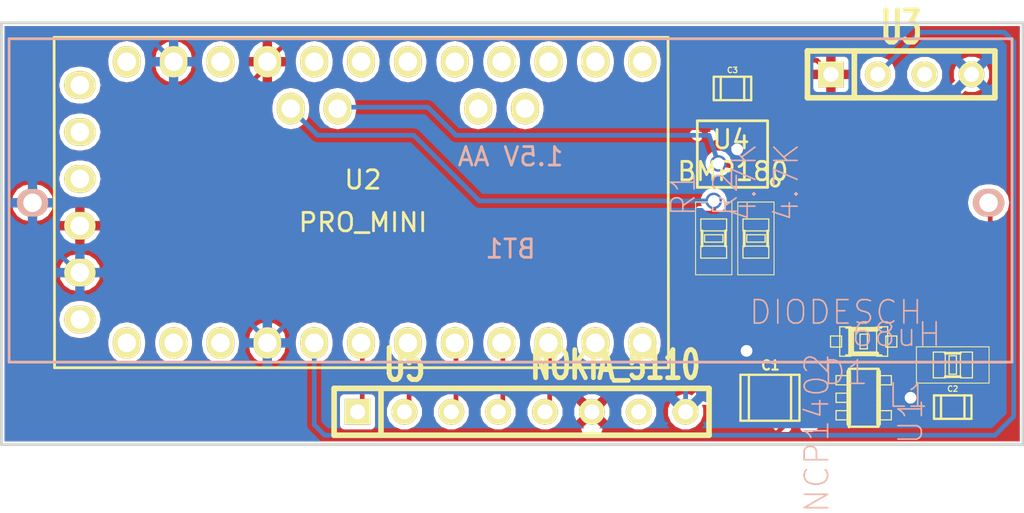
<source format=kicad_pcb>
(kicad_pcb (version 3) (host pcbnew "(2013-jul-07)-stable")

  (general
    (links 36)
    (no_connects 0)
    (area 184.328999 141.72819 239.851001 170.210338)
    (thickness 1.6)
    (drawings 4)
    (tracks 155)
    (zones 0)
    (modules 13)
    (nets 13)
  )

  (page A3)
  (layers
    (15 F.Cu mixed)
    (0 B.Cu mixed)
    (18 B.Paste user)
    (19 F.Paste user)
    (20 B.SilkS user)
    (21 F.SilkS user)
    (22 B.Mask user)
    (23 F.Mask user)
    (28 Edge.Cuts user)
  )

  (setup
    (last_trace_width 0.254)
    (trace_clearance 0.254)
    (zone_clearance 0.1)
    (zone_45_only no)
    (trace_min 0.254)
    (segment_width 0.2)
    (edge_width 0.15)
    (via_size 0.889)
    (via_drill 0.635)
    (via_min_size 0.889)
    (via_min_drill 0.508)
    (uvia_size 0.508)
    (uvia_drill 0.127)
    (uvias_allowed no)
    (uvia_min_size 0.508)
    (uvia_min_drill 0.127)
    (pcb_text_width 0.3)
    (pcb_text_size 1.5 1.5)
    (mod_edge_width 0.15)
    (mod_text_size 1.5 1.5)
    (mod_text_width 0.15)
    (pad_size 1.7 1.5)
    (pad_drill 1)
    (pad_to_mask_clearance 0.2)
    (aux_axis_origin 0 0)
    (visible_elements FFFE7F3F)
    (pcbplotparams
      (layerselection 3178497)
      (usegerberextensions true)
      (excludeedgelayer true)
      (linewidth 0.100000)
      (plotframeref false)
      (viasonmask false)
      (mode 1)
      (useauxorigin false)
      (hpglpennumber 1)
      (hpglpenspeed 20)
      (hpglpendiameter 15)
      (hpglpenoverlay 2)
      (psnegative false)
      (psa4output false)
      (plotreference true)
      (plotvalue true)
      (plotothertext true)
      (plotinvisibletext false)
      (padsonsilk false)
      (subtractmaskfromsilk false)
      (outputformat 1)
      (mirror false)
      (drillshape 1)
      (scaleselection 1)
      (outputdirectory ""))
  )

  (net 0 "")
  (net 1 GND)
  (net 2 N-0000010)
  (net 3 N-0000017)
  (net 4 N-0000019)
  (net 5 N-0000020)
  (net 6 N-0000021)
  (net 7 N-0000022)
  (net 8 N-0000038)
  (net 9 N-0000039)
  (net 10 N-000007)
  (net 11 N-000008)
  (net 12 N-000009)

  (net_class Default "This is the default net class."
    (clearance 0.254)
    (trace_width 0.254)
    (via_dia 0.889)
    (via_drill 0.635)
    (uvia_dia 0.508)
    (uvia_drill 0.127)
    (add_net "")
    (add_net GND)
    (add_net N-0000010)
    (add_net N-0000017)
    (add_net N-0000019)
    (add_net N-0000020)
    (add_net N-0000021)
    (add_net N-0000022)
    (add_net N-0000038)
    (add_net N-0000039)
    (add_net N-000007)
    (add_net N-000008)
    (add_net N-000009)
  )

  (module 1.5V_AA (layer B.Cu) (tedit 53EAB209) (tstamp 53EAA8B7)
    (at 212 152.5)
    (path /53937EC6)
    (fp_text reference BT1 (at 0 2.5) (layer B.SilkS)
      (effects (font (size 1 1) (thickness 0.15)) (justify mirror))
    )
    (fp_text value "1.5V AA" (at 0 -2.5) (layer B.SilkS)
      (effects (font (size 1 1) (thickness 0.15)) (justify mirror))
    )
    (fp_line (start 27.178 -8.89) (end -27.178 -8.89) (layer B.SilkS) (width 0.15))
    (fp_line (start -27.178 -8.89) (end -27.178 8.636) (layer B.SilkS) (width 0.15))
    (fp_line (start -27.178 8.636) (end 27.178 8.636) (layer B.SilkS) (width 0.15))
    (fp_line (start 27.178 8.636) (end 27.178 -8.89) (layer B.SilkS) (width 0.15))
    (pad 1 thru_hole oval (at 25.908 0) (size 1.7 1.5) (drill 1)
      (layers *.Cu *.Mask B.SilkS)
      (net 9 N-0000039)
    )
    (pad 2 thru_hole oval (at -25.908 0) (size 1.7 1.5) (drill 1)
      (layers *.Cu *.Mask B.SilkS)
      (net 1 GND)
    )
  )

  (module Pro_Mini (layer F.Cu) (tedit 53EAB077) (tstamp 53EAA7E7)
    (at 204 152.5)
    (path /5393601D)
    (fp_text reference U2 (at 0 -1.2446) (layer F.SilkS)
      (effects (font (size 1 1) (thickness 0.15)))
    )
    (fp_text value PRO_MINI (at 0 1.0668) (layer F.SilkS)
      (effects (font (size 1 1) (thickness 0.15)))
    )
    (fp_line (start -16.7386 -8.9662) (end -16.7132 8.9408) (layer F.SilkS) (width 0.15))
    (fp_line (start 16.5608 8.9408) (end 16.5354 -8.9662) (layer F.SilkS) (width 0.15))
    (fp_line (start -16.7132 8.9408) (end 16.5608 8.9408) (layer F.SilkS) (width 0.15))
    (fp_line (start -16.7386 -8.9662) (end 16.5354 -8.9662) (layer F.SilkS) (width 0.15))
    (pad 9 thru_hole oval (at 15.1384 7.5946) (size 1.5 1.7) (drill 1)
      (layers *.Cu *.Mask F.SilkS)
    )
    (pad 8 thru_hole oval (at 12.5984 7.5946) (size 1.5 1.7) (drill 1)
      (layers *.Cu *.Mask F.SilkS)
    )
    (pad 7 thru_hole oval (at 10.0584 7.5946) (size 1.5 1.7) (drill 1)
      (layers *.Cu *.Mask F.SilkS)
      (net 7 N-0000022)
    )
    (pad 6 thru_hole oval (at 7.5184 7.5946) (size 1.5 1.7) (drill 1)
      (layers *.Cu *.Mask F.SilkS)
      (net 6 N-0000021)
    )
    (pad 5 thru_hole oval (at 4.9784 7.5946) (size 1.5 1.7) (drill 1)
      (layers *.Cu *.Mask F.SilkS)
      (net 5 N-0000020)
    )
    (pad 4 thru_hole oval (at 2.4384 7.5946) (size 1.5 1.7) (drill 1)
      (layers *.Cu *.Mask F.SilkS)
      (net 8 N-0000038)
    )
    (pad 3 thru_hole oval (at -0.1016 7.5946) (size 1.5 1.7) (drill 1)
      (layers *.Cu *.Mask F.SilkS)
      (net 4 N-0000019)
    )
    (pad 2 thru_hole oval (at -2.6416 7.5946) (size 1.5 1.7) (drill 1)
      (layers *.Cu *.Mask F.SilkS)
      (net 3 N-0000017)
    )
    (pad GND thru_hole oval (at -5.1816 7.5946) (size 1.5 1.7) (drill 1)
      (layers *.Cu *.Mask F.SilkS)
      (net 1 GND)
    )
    (pad RST thru_hole oval (at -7.7216 7.5946) (size 1.5 1.7) (drill 1)
      (layers *.Cu *.Mask F.SilkS)
    )
    (pad RX1 thru_hole oval (at -10.2616 7.5946) (size 1.5 1.7) (drill 1)
      (layers *.Cu *.Mask F.SilkS)
    )
    (pad TX0 thru_hole oval (at -12.8016 7.5946) (size 1.5 1.7) (drill 1)
      (layers *.Cu *.Mask F.SilkS)
    )
    (pad 10 thru_hole oval (at 15.1384 -7.6454) (size 1.5 1.7) (drill 1)
      (layers *.Cu *.Mask F.SilkS)
    )
    (pad 11 thru_hole oval (at 12.5984 -7.6454) (size 1.5 1.7) (drill 1)
      (layers *.Cu *.Mask F.SilkS)
    )
    (pad 12 thru_hole oval (at 10.0584 -7.6454) (size 1.5 1.7) (drill 1)
      (layers *.Cu *.Mask F.SilkS)
    )
    (pad 13 thru_hole oval (at 7.5184 -7.6454) (size 1.5 1.7) (drill 1)
      (layers *.Cu *.Mask F.SilkS)
    )
    (pad A0 thru_hole oval (at 4.9784 -7.6454) (size 1.5 1.7) (drill 1)
      (layers *.Cu *.Mask F.SilkS)
    )
    (pad A1 thru_hole oval (at 2.4384 -7.6454) (size 1.5 1.7) (drill 1)
      (layers *.Cu *.Mask F.SilkS)
    )
    (pad A2 thru_hole oval (at -0.1016 -7.6454) (size 1.5 1.7) (drill 1)
      (layers *.Cu *.Mask F.SilkS)
    )
    (pad A3 thru_hole oval (at -2.6416 -7.6454) (size 1.5 1.7) (drill 1)
      (layers *.Cu *.Mask F.SilkS)
    )
    (pad VCC thru_hole oval (at -5.1816 -7.6454) (size 1.5 1.7) (drill 1)
      (layers *.Cu *.Mask F.SilkS)
      (net 2 N-0000010)
    )
    (pad RST thru_hole oval (at -7.7216 -7.6454) (size 1.5 1.7) (drill 1)
      (layers *.Cu *.Mask F.SilkS)
    )
    (pad GND thru_hole oval (at -10.2616 -7.6454) (size 1.5 1.7) (drill 1)
      (layers *.Cu *.Mask F.SilkS)
      (net 1 GND)
    )
    (pad RAW thru_hole oval (at -12.8016 -7.6454) (size 1.5 1.7) (drill 1)
      (layers *.Cu *.Mask F.SilkS)
    )
    (pad GRN thru_hole oval (at -15.3416 -6.3754) (size 1.7 1.5) (drill 1)
      (layers *.Cu *.Mask F.SilkS)
    )
    (pad TX0 thru_hole oval (at -15.3416 -3.8354) (size 1.7 1.5) (drill 1)
      (layers *.Cu *.Mask F.SilkS)
    )
    (pad RX1 thru_hole oval (at -15.3416 -1.2954) (size 1.7 1.5) (drill 1)
      (layers *.Cu *.Mask F.SilkS)
    )
    (pad VCC thru_hole oval (at -15.3416 1.2446) (size 1.7 1.5) (drill 1)
      (layers *.Cu *.Mask F.SilkS)
      (net 2 N-0000010)
    )
    (pad GND thru_hole oval (at -15.3416 3.7846) (size 1.7 1.5) (drill 1)
      (layers *.Cu *.Mask F.SilkS)
      (net 1 GND)
    )
    (pad BLK thru_hole oval (at -15.3416 6.3246) (size 1.7 1.5) (drill 1)
      (layers *.Cu *.Mask F.SilkS)
    )
    (pad A5 thru_hole oval (at -3.9116 -5.1054) (size 1.5 1.7) (drill 1)
      (layers *.Cu *.Mask F.SilkS)
      (net 12 N-000009)
    )
    (pad A4 thru_hole oval (at -1.3716 -5.1054) (size 1.5 1.7) (drill 1)
      (layers *.Cu *.Mask F.SilkS)
      (net 11 N-000008)
    )
    (pad A7 thru_hole oval (at 6.2484 -5.1054) (size 1.5 1.7) (drill 1)
      (layers *.Cu *.Mask F.SilkS)
    )
    (pad A6 thru_hole oval (at 8.7884 -5.1054) (size 1.5 1.7) (drill 1)
      (layers *.Cu *.Mask F.SilkS)
    )
  )

  (module SIL-8 (layer F.Cu) (tedit 200000) (tstamp 53EAA7AE)
    (at 212.598 163.83)
    (descr "Connecteur 8 pins")
    (tags "CONN DEV")
    (path /53937349)
    (fp_text reference U5 (at -6.35 -2.54) (layer F.SilkS)
      (effects (font (size 1.72974 1.08712) (thickness 0.3048)))
    )
    (fp_text value NOKIA_5110 (at 5.08 -2.54) (layer F.SilkS)
      (effects (font (size 1.524 1.016) (thickness 0.3048)))
    )
    (fp_line (start -10.16 -1.27) (end 10.16 -1.27) (layer F.SilkS) (width 0.3048))
    (fp_line (start 10.16 -1.27) (end 10.16 1.27) (layer F.SilkS) (width 0.3048))
    (fp_line (start 10.16 1.27) (end -10.16 1.27) (layer F.SilkS) (width 0.3048))
    (fp_line (start -10.16 1.27) (end -10.16 -1.27) (layer F.SilkS) (width 0.3048))
    (fp_line (start -7.62 1.27) (end -7.62 -1.27) (layer F.SilkS) (width 0.3048))
    (pad 1 thru_hole rect (at -8.89 0) (size 1.397 1.397) (drill 0.8128)
      (layers *.Cu *.Mask F.SilkS)
      (net 4 N-0000019)
    )
    (pad 2 thru_hole circle (at -6.35 0) (size 1.397 1.397) (drill 0.8128)
      (layers *.Cu *.Mask F.SilkS)
      (net 8 N-0000038)
    )
    (pad 3 thru_hole circle (at -3.81 0) (size 1.397 1.397) (drill 0.8128)
      (layers *.Cu *.Mask F.SilkS)
      (net 5 N-0000020)
    )
    (pad 4 thru_hole circle (at -1.27 0) (size 1.397 1.397) (drill 0.8128)
      (layers *.Cu *.Mask F.SilkS)
      (net 6 N-0000021)
    )
    (pad 5 thru_hole circle (at 1.27 0) (size 1.397 1.397) (drill 0.8128)
      (layers *.Cu *.Mask F.SilkS)
      (net 7 N-0000022)
    )
    (pad 6 thru_hole circle (at 3.81 0) (size 1.397 1.397) (drill 0.8128)
      (layers *.Cu *.Mask F.SilkS)
      (net 2 N-0000010)
    )
    (pad 7 thru_hole circle (at 6.35 0) (size 1.397 1.397) (drill 0.8128)
      (layers *.Cu *.Mask F.SilkS)
    )
    (pad 8 thru_hole circle (at 8.89 0) (size 1.397 1.397) (drill 0.8128)
      (layers *.Cu *.Mask F.SilkS)
      (net 1 GND)
    )
  )

  (module SIL-4 (layer F.Cu) (tedit 200000) (tstamp 53EAA7BD)
    (at 233.172 145.542)
    (descr "Connecteur 4 pibs")
    (tags "CONN DEV")
    (path /5393725F)
    (fp_text reference U3 (at 0 -2.54) (layer F.SilkS)
      (effects (font (size 1.73482 1.08712) (thickness 0.3048)))
    )
    (fp_text value DHT22 (at 0 -2.54) (layer F.SilkS) hide
      (effects (font (size 1.524 1.016) (thickness 0.3048)))
    )
    (fp_line (start -5.08 -1.27) (end -5.08 -1.27) (layer F.SilkS) (width 0.3048))
    (fp_line (start -5.08 1.27) (end -5.08 -1.27) (layer F.SilkS) (width 0.3048))
    (fp_line (start -5.08 -1.27) (end -5.08 -1.27) (layer F.SilkS) (width 0.3048))
    (fp_line (start -5.08 -1.27) (end 5.08 -1.27) (layer F.SilkS) (width 0.3048))
    (fp_line (start 5.08 -1.27) (end 5.08 1.27) (layer F.SilkS) (width 0.3048))
    (fp_line (start 5.08 1.27) (end -5.08 1.27) (layer F.SilkS) (width 0.3048))
    (fp_line (start -2.54 1.27) (end -2.54 -1.27) (layer F.SilkS) (width 0.3048))
    (pad 1 thru_hole rect (at -3.81 0) (size 1.397 1.397) (drill 0.8128)
      (layers *.Cu *.Mask F.SilkS)
      (net 2 N-0000010)
    )
    (pad 2 thru_hole circle (at -1.27 0) (size 1.397 1.397) (drill 0.8128)
      (layers *.Cu *.Mask F.SilkS)
      (net 3 N-0000017)
    )
    (pad 3 thru_hole circle (at 1.27 0) (size 1.397 1.397) (drill 0.8128)
      (layers *.Cu *.Mask F.SilkS)
    )
    (pad 4 thru_hole circle (at 3.81 0) (size 1.397 1.397) (drill 0.8128)
      (layers *.Cu *.Mask F.SilkS)
      (net 1 GND)
    )
  )

  (module m-pad-2.1-SOT23-5 (layer F.Cu) (tedit 200000) (tstamp 53EAA80E)
    (at 231.14 163.068 270)
    (descr "MC74VHC1GT125 HTTP://ONSEMI.COM")
    (tags "MC74VHC1GT125 HTTP://ONSEMI.COM")
    (path /5393718A)
    (attr smd)
    (fp_text reference U1 (at 1.27 -2.54 270) (layer B.SilkS)
      (effects (font (size 1.27 1.27) (thickness 0.0889)))
    )
    (fp_text value NCP1402 (at 1.905 2.54 270) (layer B.SilkS)
      (effects (font (size 1.27 1.27) (thickness 0.0889)))
    )
    (fp_line (start -1.19888 1.4986) (end -0.6985 1.4986) (layer F.SilkS) (width 0.06604))
    (fp_line (start -0.6985 1.4986) (end -0.6985 0.84836) (layer F.SilkS) (width 0.06604))
    (fp_line (start -1.19888 0.84836) (end -0.6985 0.84836) (layer F.SilkS) (width 0.06604))
    (fp_line (start -1.19888 1.4986) (end -1.19888 0.84836) (layer F.SilkS) (width 0.06604))
    (fp_line (start -0.24892 1.4986) (end 0.24892 1.4986) (layer F.SilkS) (width 0.06604))
    (fp_line (start 0.24892 1.4986) (end 0.24892 0.84836) (layer F.SilkS) (width 0.06604))
    (fp_line (start -0.24892 0.84836) (end 0.24892 0.84836) (layer F.SilkS) (width 0.06604))
    (fp_line (start -0.24892 1.4986) (end -0.24892 0.84836) (layer F.SilkS) (width 0.06604))
    (fp_line (start 0.6985 1.4986) (end 1.19888 1.4986) (layer F.SilkS) (width 0.06604))
    (fp_line (start 1.19888 1.4986) (end 1.19888 0.84836) (layer F.SilkS) (width 0.06604))
    (fp_line (start 0.6985 0.84836) (end 1.19888 0.84836) (layer F.SilkS) (width 0.06604))
    (fp_line (start 0.6985 1.4986) (end 0.6985 0.84836) (layer F.SilkS) (width 0.06604))
    (fp_line (start 0.6985 -0.84836) (end 1.19888 -0.84836) (layer F.SilkS) (width 0.06604))
    (fp_line (start 1.19888 -0.84836) (end 1.19888 -1.4986) (layer F.SilkS) (width 0.06604))
    (fp_line (start 0.6985 -1.4986) (end 1.19888 -1.4986) (layer F.SilkS) (width 0.06604))
    (fp_line (start 0.6985 -0.84836) (end 0.6985 -1.4986) (layer F.SilkS) (width 0.06604))
    (fp_line (start -1.19888 -0.84836) (end -0.6985 -0.84836) (layer F.SilkS) (width 0.06604))
    (fp_line (start -0.6985 -0.84836) (end -0.6985 -1.4986) (layer F.SilkS) (width 0.06604))
    (fp_line (start -1.19888 -1.4986) (end -0.6985 -1.4986) (layer F.SilkS) (width 0.06604))
    (fp_line (start -1.19888 -0.84836) (end -1.19888 -1.4986) (layer F.SilkS) (width 0.06604))
    (fp_line (start 1.56972 -0.80772) (end 1.56972 0.80772) (layer F.SilkS) (width 0.127))
    (fp_line (start 1.41986 0.80772) (end -1.41986 0.80772) (layer F.SilkS) (width 0.254))
    (fp_line (start -1.56972 0.80772) (end -1.56972 -0.80772) (layer F.SilkS) (width 0.127))
    (fp_line (start -1.41986 -0.80772) (end -0.42164 -0.80772) (layer F.SilkS) (width 0.254))
    (fp_line (start -0.42164 -0.80772) (end 0.42164 -0.80772) (layer F.SilkS) (width 0.254))
    (fp_line (start 0.42164 -0.80772) (end 1.41986 -0.80772) (layer F.SilkS) (width 0.254))
    (fp_line (start -1.5494 -0.79756) (end -1.39954 -0.79756) (layer F.SilkS) (width 0.127))
    (fp_line (start -1.5494 0.79756) (end -1.39954 0.79756) (layer F.SilkS) (width 0.127))
    (fp_line (start 1.59766 0.79756) (end 1.39954 0.79756) (layer F.SilkS) (width 0.127))
    (fp_line (start 1.5494 -0.79756) (end 1.39954 -0.79756) (layer F.SilkS) (width 0.127))
    (pad 1 smd rect (at -0.94996 1.19888 270) (size 0.6985 0.99822)
      (layers F.Cu F.Paste F.Mask)
      (net 2 N-0000010)
    )
    (pad 2 smd rect (at 0 1.19888 270) (size 0.6985 0.99822)
      (layers F.Cu F.Paste F.Mask)
      (net 2 N-0000010)
    )
    (pad 3 smd rect (at 0.94996 1.19888 270) (size 0.6985 0.99822)
      (layers F.Cu F.Paste F.Mask)
    )
    (pad 4 smd rect (at 0.94996 -1.19888 270) (size 0.6985 0.99822)
      (layers F.Cu F.Paste F.Mask)
      (net 1 GND)
    )
    (pad 5 smd rect (at -0.94996 -1.19888 270) (size 0.6985 0.99822)
      (layers F.Cu F.Paste F.Mask)
      (net 10 N-000007)
    )
  )

  (module m-pad-2.1-SOD-123 (layer F.Cu) (tedit 200000) (tstamp 53EAA831)
    (at 231.14 160.02 180)
    (descr "SOD-123 PACKAGE")
    (tags "SOD-123 PACKAGE")
    (path /5393758C)
    (attr smd)
    (fp_text reference D1 (at 0.9779 -1.68402 180) (layer B.SilkS)
      (effects (font (size 1.27 1.27) (thickness 0.0889)))
    )
    (fp_text value DIODESCH (at 1.5113 1.58496 180) (layer B.SilkS)
      (effects (font (size 1.27 1.27) (thickness 0.0889)))
    )
    (fp_line (start -0.19812 0.39878) (end 0.19812 0.39878) (layer F.SilkS) (width 0.06604))
    (fp_line (start 0.19812 0.39878) (end 0.19812 -0.39878) (layer F.SilkS) (width 0.06604))
    (fp_line (start -0.19812 -0.39878) (end 0.19812 -0.39878) (layer F.SilkS) (width 0.06604))
    (fp_line (start -0.19812 0.39878) (end -0.19812 -0.39878) (layer F.SilkS) (width 0.06604))
    (fp_line (start 1.19888 0.29972) (end 1.79832 0.29972) (layer F.SilkS) (width 0.06604))
    (fp_line (start 1.79832 0.29972) (end 1.79832 -0.29972) (layer F.SilkS) (width 0.06604))
    (fp_line (start 1.19888 -0.29972) (end 1.79832 -0.29972) (layer F.SilkS) (width 0.06604))
    (fp_line (start 1.19888 0.29972) (end 1.19888 -0.29972) (layer F.SilkS) (width 0.06604))
    (fp_line (start -1.79832 0.29972) (end -1.19888 0.29972) (layer F.SilkS) (width 0.06604))
    (fp_line (start -1.19888 0.29972) (end -1.19888 -0.29972) (layer F.SilkS) (width 0.06604))
    (fp_line (start -1.79832 -0.29972) (end -1.19888 -0.29972) (layer F.SilkS) (width 0.06604))
    (fp_line (start -1.79832 0.29972) (end -1.79832 -0.29972) (layer F.SilkS) (width 0.06604))
    (fp_line (start -1.29794 0.79756) (end -0.6985 0.79756) (layer F.SilkS) (width 0.06604))
    (fp_line (start -0.6985 0.79756) (end -0.6985 -0.79756) (layer F.SilkS) (width 0.06604))
    (fp_line (start -1.29794 -0.79756) (end -0.6985 -0.79756) (layer F.SilkS) (width 0.06604))
    (fp_line (start -1.29794 0.79756) (end -1.29794 -0.79756) (layer F.SilkS) (width 0.06604))
    (fp_line (start 0.6985 0.79756) (end 1.29794 0.79756) (layer F.SilkS) (width 0.06604))
    (fp_line (start 1.29794 0.79756) (end 1.29794 -0.79756) (layer F.SilkS) (width 0.06604))
    (fp_line (start 0.6985 -0.79756) (end 1.29794 -0.79756) (layer F.SilkS) (width 0.06604))
    (fp_line (start 0.6985 0.79756) (end 0.6985 -0.79756) (layer F.SilkS) (width 0.06604))
    (fp_line (start 0.55372 0.6985) (end 0.75184 0.6985) (layer F.SilkS) (width 0.06604))
    (fp_line (start 0.75184 0.6985) (end 0.75184 -0.6985) (layer F.SilkS) (width 0.06604))
    (fp_line (start 0.55372 -0.6985) (end 0.75184 -0.6985) (layer F.SilkS) (width 0.06604))
    (fp_line (start 0.55372 0.6985) (end 0.55372 -0.6985) (layer F.SilkS) (width 0.06604))
    (fp_line (start -0.9652 -0.74422) (end 0.9652 -0.74422) (layer F.SilkS) (width 0.1016))
    (fp_line (start -0.9652 0.74422) (end 0.9652 0.74422) (layer F.SilkS) (width 0.1016))
    (fp_line (start -0.7112 -0.6604) (end 0.7112 -0.6604) (layer F.SilkS) (width 0.254))
    (fp_line (start -0.7112 0.6604) (end 0.7112 0.6604) (layer F.SilkS) (width 0.254))
    (fp_line (start 0.7112 -0.6604) (end 0.7112 0.6604) (layer F.SilkS) (width 0.254))
    (pad 1 smd rect (at -1.4986 0 180) (size 1.29794 1.59766)
      (layers F.Cu F.Paste F.Mask)
      (net 10 N-000007)
    )
    (pad 2 smd rect (at 1.4986 0 180) (size 1.29794 1.59766)
      (layers F.Cu F.Paste F.Mask)
      (net 2 N-0000010)
    )
  )

  (module m-pad-2.1-R0805 (layer F.Cu) (tedit 200000) (tstamp 53EAA849)
    (at 235.966 161.29 180)
    (descr RESISTOR)
    (tags RESISTOR)
    (path /539374E4)
    (attr smd)
    (fp_text reference L1 (at 2.413 -1.651 180) (layer B.SilkS)
      (effects (font (size 1.27 1.27) (thickness 0.0889)))
    )
    (fp_text value 68uH (at 3.048 1.651 180) (layer B.SilkS)
      (effects (font (size 1.27 1.27) (thickness 0.0889)))
    )
    (fp_line (start 0.4064 0.6985) (end 1.0541 0.6985) (layer F.SilkS) (width 0.06604))
    (fp_line (start 1.0541 0.6985) (end 1.0541 -0.70104) (layer F.SilkS) (width 0.06604))
    (fp_line (start 0.4064 -0.70104) (end 1.0541 -0.70104) (layer F.SilkS) (width 0.06604))
    (fp_line (start 0.4064 0.6985) (end 0.4064 -0.70104) (layer F.SilkS) (width 0.06604))
    (fp_line (start -1.0668 0.6985) (end -0.41656 0.6985) (layer F.SilkS) (width 0.06604))
    (fp_line (start -0.41656 0.6985) (end -0.41656 -0.70104) (layer F.SilkS) (width 0.06604))
    (fp_line (start -1.0668 -0.70104) (end -0.41656 -0.70104) (layer F.SilkS) (width 0.06604))
    (fp_line (start -1.0668 0.6985) (end -1.0668 -0.70104) (layer F.SilkS) (width 0.06604))
    (fp_line (start -0.19812 0.49784) (end 0.19812 0.49784) (layer F.SilkS) (width 0.06604))
    (fp_line (start 0.19812 0.49784) (end 0.19812 -0.49784) (layer F.SilkS) (width 0.06604))
    (fp_line (start -0.19812 -0.49784) (end 0.19812 -0.49784) (layer F.SilkS) (width 0.06604))
    (fp_line (start -0.19812 0.49784) (end -0.19812 -0.49784) (layer F.SilkS) (width 0.06604))
    (fp_line (start -0.40894 -0.635) (end 0.40894 -0.635) (layer F.SilkS) (width 0.1524))
    (fp_line (start -0.40894 0.635) (end 0.40894 0.635) (layer F.SilkS) (width 0.1524))
    (fp_line (start -1.97104 -0.98298) (end 1.97104 -0.98298) (layer F.SilkS) (width 0.0508))
    (fp_line (start 1.97104 -0.98298) (end 1.97104 0.98298) (layer F.SilkS) (width 0.0508))
    (fp_line (start 1.97104 0.98298) (end -1.97104 0.98298) (layer F.SilkS) (width 0.0508))
    (fp_line (start -1.97104 0.98298) (end -1.97104 -0.98298) (layer F.SilkS) (width 0.0508))
    (pad 1 smd rect (at -0.84836 0 180) (size 1.29794 1.4986)
      (layers F.Cu F.Paste F.Mask)
      (net 9 N-0000039)
    )
    (pad 2 smd rect (at 0.84836 0 180) (size 1.29794 1.4986)
      (layers F.Cu F.Paste F.Mask)
      (net 10 N-000007)
    )
  )

  (module m-pad-2.1-R0805 (layer F.Cu) (tedit 200000) (tstamp 53EAA861)
    (at 223.012 154.432 90)
    (descr RESISTOR)
    (tags RESISTOR)
    (path /53937B2A)
    (attr smd)
    (fp_text reference R1 (at 2.413 -1.651 90) (layer B.SilkS)
      (effects (font (size 1.27 1.27) (thickness 0.0889)))
    )
    (fp_text value 4.7K (at 3.048 1.651 90) (layer B.SilkS)
      (effects (font (size 1.27 1.27) (thickness 0.0889)))
    )
    (fp_line (start 0.4064 0.6985) (end 1.0541 0.6985) (layer F.SilkS) (width 0.06604))
    (fp_line (start 1.0541 0.6985) (end 1.0541 -0.70104) (layer F.SilkS) (width 0.06604))
    (fp_line (start 0.4064 -0.70104) (end 1.0541 -0.70104) (layer F.SilkS) (width 0.06604))
    (fp_line (start 0.4064 0.6985) (end 0.4064 -0.70104) (layer F.SilkS) (width 0.06604))
    (fp_line (start -1.0668 0.6985) (end -0.41656 0.6985) (layer F.SilkS) (width 0.06604))
    (fp_line (start -0.41656 0.6985) (end -0.41656 -0.70104) (layer F.SilkS) (width 0.06604))
    (fp_line (start -1.0668 -0.70104) (end -0.41656 -0.70104) (layer F.SilkS) (width 0.06604))
    (fp_line (start -1.0668 0.6985) (end -1.0668 -0.70104) (layer F.SilkS) (width 0.06604))
    (fp_line (start -0.19812 0.49784) (end 0.19812 0.49784) (layer F.SilkS) (width 0.06604))
    (fp_line (start 0.19812 0.49784) (end 0.19812 -0.49784) (layer F.SilkS) (width 0.06604))
    (fp_line (start -0.19812 -0.49784) (end 0.19812 -0.49784) (layer F.SilkS) (width 0.06604))
    (fp_line (start -0.19812 0.49784) (end -0.19812 -0.49784) (layer F.SilkS) (width 0.06604))
    (fp_line (start -0.40894 -0.635) (end 0.40894 -0.635) (layer F.SilkS) (width 0.1524))
    (fp_line (start -0.40894 0.635) (end 0.40894 0.635) (layer F.SilkS) (width 0.1524))
    (fp_line (start -1.97104 -0.98298) (end 1.97104 -0.98298) (layer F.SilkS) (width 0.0508))
    (fp_line (start 1.97104 -0.98298) (end 1.97104 0.98298) (layer F.SilkS) (width 0.0508))
    (fp_line (start 1.97104 0.98298) (end -1.97104 0.98298) (layer F.SilkS) (width 0.0508))
    (fp_line (start -1.97104 0.98298) (end -1.97104 -0.98298) (layer F.SilkS) (width 0.0508))
    (pad 1 smd rect (at -0.84836 0 90) (size 1.29794 1.4986)
      (layers F.Cu F.Paste F.Mask)
      (net 2 N-0000010)
    )
    (pad 2 smd rect (at 0.84836 0 90) (size 1.29794 1.4986)
      (layers F.Cu F.Paste F.Mask)
      (net 12 N-000009)
    )
  )

  (module m-pad-2.1-R0805 (layer F.Cu) (tedit 200000) (tstamp 53EAA879)
    (at 225.298 154.432 90)
    (descr RESISTOR)
    (tags RESISTOR)
    (path /53937B39)
    (attr smd)
    (fp_text reference R2 (at 2.413 -1.651 90) (layer B.SilkS)
      (effects (font (size 1.27 1.27) (thickness 0.0889)))
    )
    (fp_text value 4.7K (at 3.048 1.651 90) (layer B.SilkS)
      (effects (font (size 1.27 1.27) (thickness 0.0889)))
    )
    (fp_line (start 0.4064 0.6985) (end 1.0541 0.6985) (layer F.SilkS) (width 0.06604))
    (fp_line (start 1.0541 0.6985) (end 1.0541 -0.70104) (layer F.SilkS) (width 0.06604))
    (fp_line (start 0.4064 -0.70104) (end 1.0541 -0.70104) (layer F.SilkS) (width 0.06604))
    (fp_line (start 0.4064 0.6985) (end 0.4064 -0.70104) (layer F.SilkS) (width 0.06604))
    (fp_line (start -1.0668 0.6985) (end -0.41656 0.6985) (layer F.SilkS) (width 0.06604))
    (fp_line (start -0.41656 0.6985) (end -0.41656 -0.70104) (layer F.SilkS) (width 0.06604))
    (fp_line (start -1.0668 -0.70104) (end -0.41656 -0.70104) (layer F.SilkS) (width 0.06604))
    (fp_line (start -1.0668 0.6985) (end -1.0668 -0.70104) (layer F.SilkS) (width 0.06604))
    (fp_line (start -0.19812 0.49784) (end 0.19812 0.49784) (layer F.SilkS) (width 0.06604))
    (fp_line (start 0.19812 0.49784) (end 0.19812 -0.49784) (layer F.SilkS) (width 0.06604))
    (fp_line (start -0.19812 -0.49784) (end 0.19812 -0.49784) (layer F.SilkS) (width 0.06604))
    (fp_line (start -0.19812 0.49784) (end -0.19812 -0.49784) (layer F.SilkS) (width 0.06604))
    (fp_line (start -0.40894 -0.635) (end 0.40894 -0.635) (layer F.SilkS) (width 0.1524))
    (fp_line (start -0.40894 0.635) (end 0.40894 0.635) (layer F.SilkS) (width 0.1524))
    (fp_line (start -1.97104 -0.98298) (end 1.97104 -0.98298) (layer F.SilkS) (width 0.0508))
    (fp_line (start 1.97104 -0.98298) (end 1.97104 0.98298) (layer F.SilkS) (width 0.0508))
    (fp_line (start 1.97104 0.98298) (end -1.97104 0.98298) (layer F.SilkS) (width 0.0508))
    (fp_line (start -1.97104 0.98298) (end -1.97104 -0.98298) (layer F.SilkS) (width 0.0508))
    (pad 1 smd rect (at -0.84836 0 90) (size 1.29794 1.4986)
      (layers F.Cu F.Paste F.Mask)
      (net 2 N-0000010)
    )
    (pad 2 smd rect (at 0.84836 0 90) (size 1.29794 1.4986)
      (layers F.Cu F.Paste F.Mask)
      (net 11 N-000008)
    )
  )

  (module c_1210 (layer F.Cu) (tedit 49047413) (tstamp 53EAA885)
    (at 226.06 163.068)
    (descr "SMT capacitor, 1210")
    (path /5393760F)
    (fp_text reference C1 (at 0.0254 -1.7526) (layer F.SilkS)
      (effects (font (size 0.50038 0.50038) (thickness 0.11938)))
    )
    (fp_text value 47uF (at -0.0254 1.7272) (layer F.SilkS) hide
      (effects (font (size 0.50038 0.50038) (thickness 0.11938)))
    )
    (fp_line (start -1.6002 -1.2446) (end -1.6002 1.2446) (layer F.SilkS) (width 0.127))
    (fp_line (start 1.6002 1.2446) (end 1.6002 -1.2446) (layer F.SilkS) (width 0.127))
    (fp_line (start 1.143 -1.2446) (end 1.143 1.2446) (layer F.SilkS) (width 0.127))
    (fp_line (start -1.143 1.2446) (end -1.143 -1.2446) (layer F.SilkS) (width 0.127))
    (fp_line (start -1.6002 1.2446) (end 1.6002 1.2446) (layer F.SilkS) (width 0.127))
    (fp_line (start 1.6002 -1.2446) (end -1.6002 -1.2446) (layer F.SilkS) (width 0.127))
    (pad 1 smd rect (at 1.397 0) (size 1.6002 2.6924)
      (layers F.Cu F.Paste F.Mask)
      (net 2 N-0000010)
    )
    (pad 2 smd rect (at -1.397 0) (size 1.6002 2.6924)
      (layers F.Cu F.Paste F.Mask)
      (net 1 GND)
    )
    (model smd/capacitors/c_1210.wrl
      (at (xyz 0 0 0))
      (scale (xyz 1 1 1))
      (rotate (xyz 0 0 0))
    )
  )

  (module c_0805 (layer F.Cu) (tedit 49047394) (tstamp 53EAA891)
    (at 235.966 163.576)
    (descr "SMT capacitor, 0805")
    (path /539374D5)
    (fp_text reference C2 (at 0 -0.9906) (layer F.SilkS)
      (effects (font (size 0.29972 0.29972) (thickness 0.06096)))
    )
    (fp_text value 10uF (at 0 0.9906) (layer F.SilkS) hide
      (effects (font (size 0.29972 0.29972) (thickness 0.06096)))
    )
    (fp_line (start 0.635 -0.635) (end 0.635 0.635) (layer F.SilkS) (width 0.127))
    (fp_line (start -0.635 -0.635) (end -0.635 0.6096) (layer F.SilkS) (width 0.127))
    (fp_line (start -1.016 -0.635) (end 1.016 -0.635) (layer F.SilkS) (width 0.127))
    (fp_line (start 1.016 -0.635) (end 1.016 0.635) (layer F.SilkS) (width 0.127))
    (fp_line (start 1.016 0.635) (end -1.016 0.635) (layer F.SilkS) (width 0.127))
    (fp_line (start -1.016 0.635) (end -1.016 -0.635) (layer F.SilkS) (width 0.127))
    (pad 1 smd rect (at 0.9525 0) (size 1.30048 1.4986)
      (layers F.Cu F.Paste F.Mask)
      (net 9 N-0000039)
    )
    (pad 2 smd rect (at -0.9525 0) (size 1.30048 1.4986)
      (layers F.Cu F.Paste F.Mask)
      (net 1 GND)
    )
    (model smd/capacitors/c_0805.wrl
      (at (xyz 0 0 0))
      (scale (xyz 1 1 1))
      (rotate (xyz 0 0 0))
    )
  )

  (module c_0805 (layer F.Cu) (tedit 49047394) (tstamp 53EAA89D)
    (at 224.028 146.304)
    (descr "SMT capacitor, 0805")
    (path /539378C0)
    (fp_text reference C3 (at 0 -0.9906) (layer F.SilkS)
      (effects (font (size 0.29972 0.29972) (thickness 0.06096)))
    )
    (fp_text value 100nF (at 0 0.9906) (layer F.SilkS) hide
      (effects (font (size 0.29972 0.29972) (thickness 0.06096)))
    )
    (fp_line (start 0.635 -0.635) (end 0.635 0.635) (layer F.SilkS) (width 0.127))
    (fp_line (start -0.635 -0.635) (end -0.635 0.6096) (layer F.SilkS) (width 0.127))
    (fp_line (start -1.016 -0.635) (end 1.016 -0.635) (layer F.SilkS) (width 0.127))
    (fp_line (start 1.016 -0.635) (end 1.016 0.635) (layer F.SilkS) (width 0.127))
    (fp_line (start 1.016 0.635) (end -1.016 0.635) (layer F.SilkS) (width 0.127))
    (fp_line (start -1.016 0.635) (end -1.016 -0.635) (layer F.SilkS) (width 0.127))
    (pad 1 smd rect (at 0.9525 0) (size 1.30048 1.4986)
      (layers F.Cu F.Paste F.Mask)
      (net 1 GND)
    )
    (pad 2 smd rect (at -0.9525 0) (size 1.30048 1.4986)
      (layers F.Cu F.Paste F.Mask)
      (net 2 N-0000010)
    )
    (model smd/capacitors/c_0805.wrl
      (at (xyz 0 0 0))
      (scale (xyz 1 1 1))
      (rotate (xyz 0 0 0))
    )
  )

  (module BMP180 (layer F.Cu) (tedit 53D02BB4) (tstamp 53EAA8AD)
    (at 224.028 149.86)
    (path /5393712F)
    (fp_text reference U4 (at -0.0762 -0.7874) (layer F.SilkS)
      (effects (font (size 1 1) (thickness 0.15)))
    )
    (fp_text value BMP180 (at 0.0254 0.9398) (layer F.SilkS)
      (effects (font (size 1 1) (thickness 0.15)))
    )
    (fp_circle (center 2.3114 1.524) (end 2.1336 1.397) (layer F.SilkS) (width 0.15))
    (fp_line (start 1.905 -1.8034) (end -1.905 -1.8034) (layer F.SilkS) (width 0.15))
    (fp_line (start 1.905 1.8034) (end 1.905 -1.8034) (layer F.SilkS) (width 0.15))
    (fp_line (start -1.905 1.8034) (end 1.905 1.8034) (layer F.SilkS) (width 0.15))
    (fp_line (start -1.905 -1.8034) (end -1.905 1.8034) (layer F.SilkS) (width 0.15))
    (pad 1 smd rect (at 1.4986 -1.4478) (size 0.6 0.5)
      (layers F.Cu F.Paste F.Mask)
    )
    (pad 2 smd rect (at 0 -1.4478) (size 0.6 0.5)
      (layers F.Cu F.Paste F.Mask)
      (net 2 N-0000010)
    )
    (pad 3 smd rect (at -1.4986 -1.4478) (size 0.6 0.5)
      (layers F.Cu F.Paste F.Mask)
      (net 2 N-0000010)
    )
    (pad 7 smd rect (at 1.524 0) (size 0.5 0.6)
      (layers F.Cu F.Paste F.Mask)
      (net 1 GND)
    )
    (pad 6 smd rect (at 1.4986 1.4478) (size 0.6 0.5)
      (layers F.Cu F.Paste F.Mask)
      (net 11 N-000008)
    )
    (pad 5 smd rect (at 0 1.4478) (size 0.6 0.5)
      (layers F.Cu F.Paste F.Mask)
      (net 12 N-000009)
    )
    (pad 4 smd rect (at -1.4986 1.4478) (size 0.6 0.5)
      (layers F.Cu F.Paste F.Mask)
    )
  )

  (gr_line (start 184.404 142.748) (end 184.404 165.608) (angle 90) (layer Edge.Cuts) (width 0.15))
  (gr_line (start 239.776 142.748) (end 184.404 142.748) (angle 90) (layer Edge.Cuts) (width 0.15))
  (gr_line (start 239.776 165.608) (end 239.776 142.748) (angle 90) (layer Edge.Cuts) (width 0.15))
  (gr_line (start 184.404 165.608) (end 239.776 165.608) (angle 90) (layer Edge.Cuts) (width 0.15))

  (segment (start 225.552 149.86) (end 224.536 149.86) (width 0.254) (layer F.Cu) (net 1) (status 400000))
  (segment (start 224.79 150.114) (end 224.79 160.528) (width 0.254) (layer B.Cu) (net 1) (tstamp 53EABB31))
  (segment (start 224.282 149.606) (end 224.79 150.114) (width 0.254) (layer B.Cu) (net 1) (tstamp 53EABB30))
  (via (at 224.282 149.606) (size 0.889) (layers F.Cu B.Cu) (net 1))
  (segment (start 224.536 149.86) (end 224.282 149.606) (width 0.254) (layer F.Cu) (net 1) (tstamp 53EABB28))
  (segment (start 224.663 163.068) (end 224.663 160.655) (width 0.254) (layer F.Cu) (net 1) (status 400000))
  (segment (start 224.663 160.655) (end 224.79 160.528) (width 0.254) (layer F.Cu) (net 1) (tstamp 53EABAD0))
  (via (at 224.79 160.528) (size 0.889) (layers F.Cu B.Cu) (net 1))
  (segment (start 232.73004 164.01796) (end 232.33888 164.01796) (width 0.254) (layer F.Cu) (net 1) (tstamp 53EABAE8) (status C00000))
  (segment (start 224.79 160.528) (end 227.33 163.068) (width 0.254) (layer B.Cu) (net 1) (tstamp 53EABADC))
  (segment (start 227.33 163.068) (end 233.68 163.068) (width 0.254) (layer B.Cu) (net 1) (tstamp 53EABADD))
  (via (at 233.68 163.068) (size 0.889) (layers F.Cu B.Cu) (net 1))
  (segment (start 233.68 163.068) (end 232.73004 164.01796) (width 0.254) (layer F.Cu) (net 1) (tstamp 53EABAE7) (status 800000))
  (segment (start 224.663 163.068) (end 222.25 163.068) (width 0.254) (layer F.Cu) (net 1) (status 400000))
  (segment (start 222.25 163.068) (end 221.488 163.83) (width 0.254) (layer F.Cu) (net 1) (tstamp 53EABA5D) (status 800000))
  (segment (start 221.488 163.83) (end 221.488 159.766) (width 0.254) (layer B.Cu) (net 1))
  (segment (start 200.925 157.988) (end 198.8184 160.0946) (width 0.254) (layer B.Cu) (net 1) (tstamp 53EAB9C9))
  (segment (start 219.71 157.988) (end 200.925 157.988) (width 0.254) (layer B.Cu) (net 1) (tstamp 53EAB9C3))
  (segment (start 221.488 159.766) (end 219.71 157.988) (width 0.254) (layer B.Cu) (net 1) (tstamp 53EAB9C0))
  (segment (start 224.9805 146.304) (end 227.33 146.304) (width 0.254) (layer F.Cu) (net 1))
  (segment (start 235.204 147.32) (end 236.982 145.542) (width 0.254) (layer F.Cu) (net 1) (tstamp 53EAB91F))
  (segment (start 228.346 147.32) (end 235.204 147.32) (width 0.254) (layer F.Cu) (net 1) (tstamp 53EAB91D))
  (segment (start 227.33 146.304) (end 228.346 147.32) (width 0.254) (layer F.Cu) (net 1) (tstamp 53EAB91B))
  (segment (start 186.092 152.5) (end 186.092 153.834) (width 0.254) (layer B.Cu) (net 1))
  (segment (start 188.5426 156.2846) (end 188.6584 156.2846) (width 0.254) (layer B.Cu) (net 1) (tstamp 53EAB904))
  (segment (start 186.092 153.834) (end 188.5426 156.2846) (width 0.254) (layer B.Cu) (net 1) (tstamp 53EAB903))
  (segment (start 186.092 152.5) (end 186.092 146.394) (width 0.254) (layer B.Cu) (net 1))
  (segment (start 192.1398 143.256) (end 193.7384 144.8546) (width 0.254) (layer B.Cu) (net 1) (tstamp 53EAB8FF))
  (segment (start 189.23 143.256) (end 192.1398 143.256) (width 0.254) (layer B.Cu) (net 1) (tstamp 53EAB8FD))
  (segment (start 186.092 146.394) (end 189.23 143.256) (width 0.254) (layer B.Cu) (net 1) (tstamp 53EAB8FB))
  (segment (start 198.8184 160.0946) (end 198.882 160.02) (width 0.254) (layer B.Cu) (net 1) (status 80000))
  (segment (start 198.882 160.02) (end 195.072 156.21) (width 0.254) (layer B.Cu) (net 1) (status 80000))
  (segment (start 195.072 156.21) (end 188.722 156.21) (width 0.254) (layer B.Cu) (net 1) (status 80000))
  (segment (start 188.722 156.21) (end 188.6584 156.2846) (width 0.254) (layer B.Cu) (net 1) (tstamp 53EAB8DC) (status 80000))
  (segment (start 232.41 164.084) (end 232.33888 164.01796) (width 0.254) (layer F.Cu) (net 1) (tstamp 53EAB8D7) (status 80000))
  (segment (start 225.552 149.86) (end 224.79 149.098) (width 0.254) (layer F.Cu) (net 1) (status 80000))
  (segment (start 224.79 149.098) (end 224.79 147.574) (width 0.254) (layer F.Cu) (net 1) (status 80000))
  (segment (start 224.79 147.574) (end 225.044 147.32) (width 0.254) (layer F.Cu) (net 1) (status 80000))
  (segment (start 225.044 147.32) (end 225.044 146.304) (width 0.254) (layer F.Cu) (net 1) (status 80000))
  (segment (start 225.044 146.304) (end 224.9805 146.304) (width 0.254) (layer F.Cu) (net 1) (tstamp 53EAB8D5) (status 80000))
  (segment (start 232.33888 164.01796) (end 232.41 164.084) (width 0.254) (layer F.Cu) (net 1) (status 80000))
  (segment (start 232.41 164.084) (end 234.442 164.084) (width 0.254) (layer F.Cu) (net 1) (status 80000))
  (segment (start 234.442 164.084) (end 234.95 163.576) (width 0.254) (layer F.Cu) (net 1) (status 80000))
  (segment (start 234.95 163.576) (end 235.0135 163.576) (width 0.254) (layer F.Cu) (net 1) (tstamp 53EAB8CE) (status 80000))
  (segment (start 229.6414 160.02) (end 229.6414 159.62376) (width 0.254) (layer F.Cu) (net 2) (status C00000))
  (segment (start 229.6414 159.62376) (end 225.298 155.28036) (width 0.254) (layer F.Cu) (net 2) (tstamp 53EABABB) (status C00000))
  (segment (start 229.94112 163.068) (end 227.457 163.068) (width 0.254) (layer F.Cu) (net 2) (status C00000))
  (segment (start 216.408 163.83) (end 217.678 165.1) (width 0.254) (layer F.Cu) (net 2) (status 400000))
  (segment (start 217.678 165.1) (end 226.314 165.1) (width 0.254) (layer F.Cu) (net 2) (tstamp 53EABA82))
  (segment (start 226.314 165.1) (end 227.457 163.957) (width 0.254) (layer F.Cu) (net 2) (tstamp 53EABA86) (status 800000))
  (segment (start 227.457 163.957) (end 227.457 163.068) (width 0.254) (layer F.Cu) (net 2) (tstamp 53EABA8B) (status C00000))
  (segment (start 223.0755 146.304) (end 223.0755 145.4785) (width 0.254) (layer F.Cu) (net 2))
  (segment (start 228.6 144.78) (end 229.362 145.542) (width 0.254) (layer F.Cu) (net 2) (tstamp 53EAB912))
  (segment (start 223.774 144.78) (end 228.6 144.78) (width 0.254) (layer F.Cu) (net 2) (tstamp 53EAB911))
  (segment (start 223.0755 145.4785) (end 223.774 144.78) (width 0.254) (layer F.Cu) (net 2) (tstamp 53EAB910))
  (segment (start 198.8184 144.8546) (end 198.8184 145.0976) (width 0.254) (layer F.Cu) (net 2))
  (segment (start 190.1714 153.7446) (end 188.6584 153.7446) (width 0.254) (layer F.Cu) (net 2) (tstamp 53EAB8F6))
  (segment (start 198.8184 145.0976) (end 190.1714 153.7446) (width 0.254) (layer F.Cu) (net 2) (tstamp 53EAB8F5))
  (segment (start 198.8184 144.8546) (end 198.8184 144.8436) (width 0.254) (layer F.Cu) (net 2))
  (segment (start 223.0755 145.3515) (end 223.0755 146.304) (width 0.254) (layer F.Cu) (net 2) (tstamp 53EAB8F1))
  (segment (start 220.98 143.256) (end 223.0755 145.3515) (width 0.254) (layer F.Cu) (net 2) (tstamp 53EAB8F0))
  (segment (start 200.406 143.256) (end 220.98 143.256) (width 0.254) (layer F.Cu) (net 2) (tstamp 53EAB8EE))
  (segment (start 198.8184 144.8436) (end 200.406 143.256) (width 0.254) (layer F.Cu) (net 2) (tstamp 53EAB8ED))
  (segment (start 198.8184 144.8546) (end 198.882 144.78) (width 0.254) (layer B.Cu) (net 2) (status 80000))
  (segment (start 198.882 144.78) (end 198.8184 144.8546) (width 0.254) (layer B.Cu) (net 2) (tstamp 53EAB8DD) (status 80000))
  (segment (start 223.0755 146.304) (end 223.012 146.304) (width 0.254) (layer F.Cu) (net 2) (status 80000))
  (segment (start 223.012 155.28036) (end 223.012 155.194) (width 0.254) (layer F.Cu) (net 2) (status 80000))
  (segment (start 223.012 155.194) (end 222.504 155.194) (width 0.254) (layer F.Cu) (net 2) (status 80000))
  (segment (start 222.504 155.194) (end 221.996 154.686) (width 0.254) (layer F.Cu) (net 2) (status 80000))
  (segment (start 221.996 154.686) (end 221.742 154.686) (width 0.254) (layer F.Cu) (net 2) (status 80000))
  (segment (start 221.742 154.686) (end 221.742 150.622) (width 0.254) (layer F.Cu) (net 2) (status 80000))
  (segment (start 221.742 150.622) (end 222.504 149.86) (width 0.254) (layer F.Cu) (net 2) (status 80000))
  (segment (start 222.504 149.86) (end 222.504 148.336) (width 0.254) (layer F.Cu) (net 2) (status 80000))
  (segment (start 222.504 148.336) (end 222.5294 148.4122) (width 0.254) (layer F.Cu) (net 2) (tstamp 53EAB8D9) (status 80000))
  (segment (start 222.5294 148.4122) (end 222.504 148.336) (width 0.254) (layer F.Cu) (net 2) (status 80000))
  (segment (start 222.504 148.336) (end 223.012 147.828) (width 0.254) (layer F.Cu) (net 2) (status 80000))
  (segment (start 223.012 147.828) (end 223.012 146.304) (width 0.254) (layer F.Cu) (net 2) (status 80000))
  (segment (start 223.012 146.304) (end 223.0755 146.304) (width 0.254) (layer F.Cu) (net 2) (tstamp 53EAB8CD) (status 80000))
  (segment (start 229.94112 162.11804) (end 229.87 162.052) (width 0.254) (layer F.Cu) (net 2) (status 80000))
  (segment (start 229.87 162.052) (end 229.616 161.798) (width 0.254) (layer F.Cu) (net 2) (status 80000))
  (segment (start 229.616 161.798) (end 229.616 160.02) (width 0.254) (layer F.Cu) (net 2) (status 80000))
  (segment (start 229.616 160.02) (end 229.6414 160.02) (width 0.254) (layer F.Cu) (net 2) (tstamp 53EAB8CA) (status 80000))
  (segment (start 225.298 155.28036) (end 225.298 155.194) (width 0.254) (layer F.Cu) (net 2) (status 80000))
  (segment (start 225.298 155.194) (end 223.012 155.194) (width 0.254) (layer F.Cu) (net 2) (status 80000))
  (segment (start 223.012 155.194) (end 223.012 155.28036) (width 0.254) (layer F.Cu) (net 2) (tstamp 53EAB8C8) (status 80000))
  (segment (start 222.5294 148.4122) (end 222.504 148.336) (width 0.254) (layer F.Cu) (net 2) (status 80000))
  (segment (start 222.504 148.336) (end 224.028 148.336) (width 0.254) (layer F.Cu) (net 2) (status 80000))
  (segment (start 224.028 148.336) (end 224.028 148.4122) (width 0.254) (layer F.Cu) (net 2) (tstamp 53EAB8C7) (status 80000))
  (segment (start 229.94112 162.11804) (end 229.87 162.052) (width 0.254) (layer F.Cu) (net 2) (status 80000))
  (segment (start 229.87 162.052) (end 229.87 163.068) (width 0.254) (layer F.Cu) (net 2) (status 80000))
  (segment (start 229.87 163.068) (end 229.94112 163.068) (width 0.254) (layer F.Cu) (net 2) (tstamp 53EAB8C6) (status 80000))
  (segment (start 223.52 165.1) (end 201.93 165.1) (width 0.254) (layer B.Cu) (net 3))
  (segment (start 234.188 143.256) (end 238.76 143.256) (width 0.254) (layer B.Cu) (net 3) (tstamp 53EAB934))
  (segment (start 238.76 143.256) (end 239.268 143.764) (width 0.254) (layer B.Cu) (net 3) (tstamp 53EAB93B))
  (segment (start 239.268 143.764) (end 239.268 164.084) (width 0.254) (layer B.Cu) (net 3) (tstamp 53EAB942))
  (segment (start 239.268 164.084) (end 238.252 165.1) (width 0.254) (layer B.Cu) (net 3) (tstamp 53EAB94B))
  (segment (start 238.252 165.1) (end 223.52 165.1) (width 0.254) (layer B.Cu) (net 3) (tstamp 53EAB94F))
  (segment (start 231.902 145.542) (end 234.188 143.256) (width 0.254) (layer B.Cu) (net 3))
  (segment (start 201.3584 164.5284) (end 201.3584 160.0946) (width 0.254) (layer B.Cu) (net 3) (tstamp 53EAB9DA))
  (segment (start 201.93 165.1) (end 201.3584 164.5284) (width 0.254) (layer B.Cu) (net 3) (tstamp 53EAB9D4))
  (segment (start 203.708 163.83) (end 203.962 163.576) (width 0.254) (layer F.Cu) (net 4) (status 80000))
  (segment (start 203.962 163.576) (end 203.962 160.02) (width 0.254) (layer F.Cu) (net 4) (status 80000))
  (segment (start 203.962 160.02) (end 203.8984 160.0946) (width 0.254) (layer F.Cu) (net 4) (tstamp 53EAB8CF) (status 80000))
  (segment (start 208.788 163.83) (end 209.042 163.576) (width 0.254) (layer F.Cu) (net 5) (status 80000))
  (segment (start 209.042 163.576) (end 209.042 160.02) (width 0.254) (layer F.Cu) (net 5) (status 80000))
  (segment (start 209.042 160.02) (end 208.9784 160.0946) (width 0.254) (layer F.Cu) (net 5) (tstamp 53EAB8D0) (status 80000))
  (segment (start 211.328 163.83) (end 211.582 163.576) (width 0.254) (layer F.Cu) (net 6) (status 80000))
  (segment (start 211.582 163.576) (end 211.582 160.02) (width 0.254) (layer F.Cu) (net 6) (status 80000))
  (segment (start 211.582 160.02) (end 211.5184 160.0946) (width 0.254) (layer F.Cu) (net 6) (tstamp 53EAB8D1) (status 80000))
  (segment (start 213.868 163.83) (end 214.122 163.576) (width 0.254) (layer F.Cu) (net 7) (status 80000))
  (segment (start 214.122 163.576) (end 214.122 160.02) (width 0.254) (layer F.Cu) (net 7) (status 80000))
  (segment (start 214.122 160.02) (end 214.0584 160.0946) (width 0.254) (layer F.Cu) (net 7) (tstamp 53EAB8D2) (status 80000))
  (segment (start 206.248 163.83) (end 206.502 163.576) (width 0.254) (layer F.Cu) (net 8) (status 80000))
  (segment (start 206.502 163.576) (end 206.502 160.02) (width 0.254) (layer F.Cu) (net 8) (status 80000))
  (segment (start 206.502 160.02) (end 206.4384 160.0946) (width 0.254) (layer F.Cu) (net 8) (tstamp 53EAB8D3) (status 80000))
  (segment (start 236.81436 161.29) (end 236.728 161.29) (width 0.254) (layer F.Cu) (net 9) (status 80000))
  (segment (start 236.728 161.29) (end 237.998 160.02) (width 0.254) (layer F.Cu) (net 9) (status 80000))
  (segment (start 237.998 160.02) (end 237.998 152.4) (width 0.254) (layer F.Cu) (net 9) (status 80000))
  (segment (start 237.998 152.4) (end 237.908 152.5) (width 0.254) (layer F.Cu) (net 9) (tstamp 53EAB8DA) (status 80000))
  (segment (start 236.9185 163.576) (end 236.982 163.576) (width 0.254) (layer F.Cu) (net 9) (status 80000))
  (segment (start 236.982 163.576) (end 236.728 163.322) (width 0.254) (layer F.Cu) (net 9) (status 80000))
  (segment (start 236.728 163.322) (end 236.728 161.29) (width 0.254) (layer F.Cu) (net 9) (status 80000))
  (segment (start 236.728 161.29) (end 236.81436 161.29) (width 0.254) (layer F.Cu) (net 9) (tstamp 53EAB8CB) (status 80000))
  (segment (start 235.11764 161.29) (end 233.68 161.29) (width 0.254) (layer F.Cu) (net 10) (status 80000))
  (segment (start 233.68 161.29) (end 233.426 161.544) (width 0.254) (layer F.Cu) (net 10) (status 80000))
  (segment (start 233.426 161.544) (end 232.918 161.544) (width 0.254) (layer F.Cu) (net 10) (status 80000))
  (segment (start 232.918 161.544) (end 232.41 162.052) (width 0.254) (layer F.Cu) (net 10) (status 80000))
  (segment (start 232.41 162.052) (end 232.33888 162.11804) (width 0.254) (layer F.Cu) (net 10) (tstamp 53EAB8D6) (status 80000))
  (segment (start 232.33888 162.11804) (end 232.41 162.052) (width 0.254) (layer F.Cu) (net 10) (status 80000))
  (segment (start 232.41 162.052) (end 232.664 161.798) (width 0.254) (layer F.Cu) (net 10) (status 80000))
  (segment (start 232.664 161.798) (end 232.664 160.02) (width 0.254) (layer F.Cu) (net 10) (status 80000))
  (segment (start 232.664 160.02) (end 232.6386 160.02) (width 0.254) (layer F.Cu) (net 10) (tstamp 53EAB8C9) (status 80000))
  (segment (start 225.5266 151.3078) (end 225.552 151.384) (width 0.254) (layer F.Cu) (net 11) (status 80000))
  (segment (start 225.552 151.384) (end 224.79 150.622) (width 0.254) (layer F.Cu) (net 11) (status 80000))
  (segment (start 224.79 150.622) (end 224.536 150.622) (width 0.254) (layer F.Cu) (net 11) (status 80000))
  (segment (start 224.536 150.622) (end 223.266 150.368) (width 0.254) (layer F.Cu) (net 11) (status 80000))
  (via (at 223.266 150.368) (size 0.889) (layers F.Cu B.Cu) (net 11) (status 80000))
  (segment (start 223.266 150.368) (end 222.758 148.844) (width 0.254) (layer B.Cu) (net 11) (status 80000))
  (segment (start 222.758 148.844) (end 209.042 148.844) (width 0.254) (layer B.Cu) (net 11) (status 80000))
  (segment (start 209.042 148.844) (end 207.518 147.32) (width 0.254) (layer B.Cu) (net 11) (status 80000))
  (segment (start 207.518 147.32) (end 202.692 147.32) (width 0.254) (layer B.Cu) (net 11) (status 80000))
  (segment (start 202.692 147.32) (end 202.6284 147.3946) (width 0.254) (layer B.Cu) (net 11) (tstamp 53EAB8DE) (status 80000))
  (segment (start 225.298 153.58364) (end 225.298 153.67) (width 0.254) (layer F.Cu) (net 11) (status 80000))
  (segment (start 225.298 153.67) (end 225.552 153.416) (width 0.254) (layer F.Cu) (net 11) (status 80000))
  (segment (start 225.552 153.416) (end 225.552 151.384) (width 0.254) (layer F.Cu) (net 11) (status 80000))
  (segment (start 225.552 151.384) (end 225.5266 151.3078) (width 0.254) (layer F.Cu) (net 11) (tstamp 53EAB8CC) (status 80000))
  (segment (start 223.012 153.58364) (end 223.012 152.4) (width 0.254) (layer F.Cu) (net 12))
  (segment (start 201.5378 148.844) (end 200.0884 147.3946) (width 0.254) (layer B.Cu) (net 12) (tstamp 53EAB8E7))
  (segment (start 206.756 148.844) (end 201.5378 148.844) (width 0.254) (layer B.Cu) (net 12) (tstamp 53EAB8E6))
  (segment (start 210.312 152.4) (end 206.756 148.844) (width 0.254) (layer B.Cu) (net 12) (tstamp 53EAB8E5))
  (segment (start 223.012 152.4) (end 210.312 152.4) (width 0.254) (layer B.Cu) (net 12) (tstamp 53EAB8E4))
  (via (at 223.012 152.4) (size 0.889) (layers F.Cu B.Cu) (net 12))
  (segment (start 223.012 153.58364) (end 223.012 153.67) (width 0.254) (layer F.Cu) (net 12) (status 80000))
  (segment (start 223.012 153.67) (end 224.028 152.654) (width 0.254) (layer F.Cu) (net 12) (status 80000))
  (segment (start 224.028 152.654) (end 224.028 151.3078) (width 0.254) (layer F.Cu) (net 12) (status 80000))

  (zone (net 1) (net_name GND) (layer B.Cu) (tstamp 53EABCD7) (hatch edge 0.508)
    (connect_pads (clearance 0.1))
    (min_thickness 0.03)
    (fill (arc_segments 16) (thermal_gap 0.508) (thermal_bridge_width 0.508))
    (polygon
      (pts
        (xy 184.404 165.608) (xy 239.776 165.608) (xy 239.776 142.748) (xy 184.404 142.748)
      )
    )
    (filled_polygon
      (pts
        (xy 238.872 163.919971) (xy 238.087971 164.704) (xy 235.409667 164.704) (xy 235.409667 145.350397) (xy 235.262684 144.994671)
        (xy 234.99076 144.722272) (xy 234.635292 144.574669) (xy 234.250397 144.574333) (xy 233.894671 144.721316) (xy 233.622272 144.99324)
        (xy 233.474669 145.348708) (xy 233.474333 145.733603) (xy 233.621316 146.089329) (xy 233.89324 146.361728) (xy 234.248708 146.509331)
        (xy 234.633603 146.509667) (xy 234.989329 146.362684) (xy 235.261728 146.09076) (xy 235.409331 145.735292) (xy 235.409667 145.350397)
        (xy 235.409667 164.704) (xy 230.329547 164.704) (xy 230.329547 146.187227) (xy 230.329547 144.790227) (xy 230.28868 144.691322)
        (xy 230.213075 144.615585) (xy 230.114242 144.574546) (xy 230.007227 144.574453) (xy 228.610227 144.574453) (xy 228.511322 144.61532)
        (xy 228.435585 144.690925) (xy 228.394546 144.789758) (xy 228.394453 144.896773) (xy 228.394453 146.293773) (xy 228.43532 146.392678)
        (xy 228.510925 146.468415) (xy 228.609758 146.509454) (xy 228.716773 146.509547) (xy 230.113773 146.509547) (xy 230.212678 146.46868)
        (xy 230.288415 146.393075) (xy 230.329454 146.294242) (xy 230.329547 146.187227) (xy 230.329547 164.704) (xy 223.979623 164.704)
        (xy 223.979623 150.226699) (xy 223.871228 149.964363) (xy 223.670693 149.763477) (xy 223.450835 149.672183) (xy 223.133755 148.719003)
        (xy 223.126655 148.70653) (xy 223.123856 148.692457) (xy 223.088662 148.639785) (xy 223.057318 148.584722) (xy 223.045985 148.575915)
        (xy 223.038014 148.563986) (xy 222.98534 148.52879) (xy 222.935312 148.489915) (xy 222.921474 148.486116) (xy 222.909543 148.478144)
        (xy 222.847402 148.465783) (xy 222.786313 148.449014) (xy 222.772075 148.450799) (xy 222.758 148.448) (xy 220.1574 148.448)
        (xy 220.1574 144.976522) (xy 220.1574 144.732678) (xy 220.079833 144.342724) (xy 219.858942 144.012136) (xy 219.528354 143.791245)
        (xy 219.1384 143.713678) (xy 218.748446 143.791245) (xy 218.417858 144.012136) (xy 218.196967 144.342724) (xy 218.1194 144.732678)
        (xy 218.1194 144.976522) (xy 218.196967 145.366476) (xy 218.417858 145.697064) (xy 218.748446 145.917955) (xy 219.1384 145.995522)
        (xy 219.528354 145.917955) (xy 219.858942 145.697064) (xy 220.079833 145.366476) (xy 220.1574 144.976522) (xy 220.1574 148.448)
        (xy 217.6174 148.448) (xy 217.6174 144.976522) (xy 217.6174 144.732678) (xy 217.539833 144.342724) (xy 217.318942 144.012136)
        (xy 216.988354 143.791245) (xy 216.5984 143.713678) (xy 216.208446 143.791245) (xy 215.877858 144.012136) (xy 215.656967 144.342724)
        (xy 215.5794 144.732678) (xy 215.5794 144.976522) (xy 215.656967 145.366476) (xy 215.877858 145.697064) (xy 216.208446 145.917955)
        (xy 216.5984 145.995522) (xy 216.988354 145.917955) (xy 217.318942 145.697064) (xy 217.539833 145.366476) (xy 217.6174 144.976522)
        (xy 217.6174 148.448) (xy 215.0774 148.448) (xy 215.0774 144.976522) (xy 215.0774 144.732678) (xy 214.999833 144.342724)
        (xy 214.778942 144.012136) (xy 214.448354 143.791245) (xy 214.0584 143.713678) (xy 213.668446 143.791245) (xy 213.337858 144.012136)
        (xy 213.116967 144.342724) (xy 213.0394 144.732678) (xy 213.0394 144.976522) (xy 213.116967 145.366476) (xy 213.337858 145.697064)
        (xy 213.668446 145.917955) (xy 214.0584 145.995522) (xy 214.448354 145.917955) (xy 214.778942 145.697064) (xy 214.999833 145.366476)
        (xy 215.0774 144.976522) (xy 215.0774 148.448) (xy 213.193252 148.448) (xy 213.508942 148.237064) (xy 213.729833 147.906476)
        (xy 213.8074 147.516522) (xy 213.8074 147.272678) (xy 213.729833 146.882724) (xy 213.508942 146.552136) (xy 213.178354 146.331245)
        (xy 212.7884 146.253678) (xy 212.5374 146.303605) (xy 212.5374 144.976522) (xy 212.5374 144.732678) (xy 212.459833 144.342724)
        (xy 212.238942 144.012136) (xy 211.908354 143.791245) (xy 211.5184 143.713678) (xy 211.128446 143.791245) (xy 210.797858 144.012136)
        (xy 210.576967 144.342724) (xy 210.4994 144.732678) (xy 210.4994 144.976522) (xy 210.576967 145.366476) (xy 210.797858 145.697064)
        (xy 211.128446 145.917955) (xy 211.5184 145.995522) (xy 211.908354 145.917955) (xy 212.238942 145.697064) (xy 212.459833 145.366476)
        (xy 212.5374 144.976522) (xy 212.5374 146.303605) (xy 212.398446 146.331245) (xy 212.067858 146.552136) (xy 211.846967 146.882724)
        (xy 211.7694 147.272678) (xy 211.7694 147.516522) (xy 211.846967 147.906476) (xy 212.067858 148.237064) (xy 212.383547 148.448)
        (xy 210.653252 148.448) (xy 210.968942 148.237064) (xy 211.189833 147.906476) (xy 211.2674 147.516522) (xy 211.2674 147.272678)
        (xy 211.189833 146.882724) (xy 210.968942 146.552136) (xy 210.638354 146.331245) (xy 210.2484 146.253678) (xy 209.9974 146.303605)
        (xy 209.9974 144.976522) (xy 209.9974 144.732678) (xy 209.919833 144.342724) (xy 209.698942 144.012136) (xy 209.368354 143.791245)
        (xy 208.9784 143.713678) (xy 208.588446 143.791245) (xy 208.257858 144.012136) (xy 208.036967 144.342724) (xy 207.9594 144.732678)
        (xy 207.9594 144.976522) (xy 208.036967 145.366476) (xy 208.257858 145.697064) (xy 208.588446 145.917955) (xy 208.9784 145.995522)
        (xy 209.368354 145.917955) (xy 209.698942 145.697064) (xy 209.919833 145.366476) (xy 209.9974 144.976522) (xy 209.9974 146.303605)
        (xy 209.858446 146.331245) (xy 209.527858 146.552136) (xy 209.306967 146.882724) (xy 209.2294 147.272678) (xy 209.2294 147.516522)
        (xy 209.306967 147.906476) (xy 209.527858 148.237064) (xy 209.843547 148.448) (xy 209.206028 148.448) (xy 207.798014 147.039986)
        (xy 207.669543 146.954144) (xy 207.518 146.924) (xy 207.4574 146.924) (xy 207.4574 144.976522) (xy 207.4574 144.732678)
        (xy 207.379833 144.342724) (xy 207.158942 144.012136) (xy 206.828354 143.791245) (xy 206.4384 143.713678) (xy 206.048446 143.791245)
        (xy 205.717858 144.012136) (xy 205.496967 144.342724) (xy 205.4194 144.732678) (xy 205.4194 144.976522) (xy 205.496967 145.366476)
        (xy 205.717858 145.697064) (xy 206.048446 145.917955) (xy 206.4384 145.995522) (xy 206.828354 145.917955) (xy 207.158942 145.697064)
        (xy 207.379833 145.366476) (xy 207.4574 144.976522) (xy 207.4574 146.924) (xy 204.9174 146.924) (xy 204.9174 144.976522)
        (xy 204.9174 144.732678) (xy 204.839833 144.342724) (xy 204.618942 144.012136) (xy 204.288354 143.791245) (xy 203.8984 143.713678)
        (xy 203.508446 143.791245) (xy 203.177858 144.012136) (xy 202.956967 144.342724) (xy 202.8794 144.732678) (xy 202.8794 144.976522)
        (xy 202.956967 145.366476) (xy 203.177858 145.697064) (xy 203.508446 145.917955) (xy 203.8984 145.995522) (xy 204.288354 145.917955)
        (xy 204.618942 145.697064) (xy 204.839833 145.366476) (xy 204.9174 144.976522) (xy 204.9174 146.924) (xy 203.578043 146.924)
        (xy 203.569833 146.882724) (xy 203.348942 146.552136) (xy 203.018354 146.331245) (xy 202.6284 146.253678) (xy 202.3774 146.303605)
        (xy 202.3774 144.976522) (xy 202.3774 144.732678) (xy 202.299833 144.342724) (xy 202.078942 144.012136) (xy 201.748354 143.791245)
        (xy 201.3584 143.713678) (xy 200.968446 143.791245) (xy 200.637858 144.012136) (xy 200.416967 144.342724) (xy 200.3394 144.732678)
        (xy 200.3394 144.976522) (xy 200.416967 145.366476) (xy 200.637858 145.697064) (xy 200.968446 145.917955) (xy 201.3584 145.995522)
        (xy 201.748354 145.917955) (xy 202.078942 145.697064) (xy 202.299833 145.366476) (xy 202.3774 144.976522) (xy 202.3774 146.303605)
        (xy 202.238446 146.331245) (xy 201.907858 146.552136) (xy 201.686967 146.882724) (xy 201.6094 147.272678) (xy 201.6094 147.516522)
        (xy 201.686967 147.906476) (xy 201.907858 148.237064) (xy 202.223547 148.448) (xy 201.701828 148.448) (xy 201.051479 147.797651)
        (xy 201.1074 147.516522) (xy 201.1074 147.272678) (xy 201.029833 146.882724) (xy 200.808942 146.552136) (xy 200.478354 146.331245)
        (xy 200.0884 146.253678) (xy 199.8374 146.303605) (xy 199.8374 144.976522) (xy 199.8374 144.732678) (xy 199.759833 144.342724)
        (xy 199.538942 144.012136) (xy 199.208354 143.791245) (xy 198.8184 143.713678) (xy 198.428446 143.791245) (xy 198.097858 144.012136)
        (xy 197.876967 144.342724) (xy 197.7994 144.732678) (xy 197.7994 144.976522) (xy 197.876967 145.366476) (xy 198.097858 145.697064)
        (xy 198.428446 145.917955) (xy 198.8184 145.995522) (xy 199.208354 145.917955) (xy 199.538942 145.697064) (xy 199.759833 145.366476)
        (xy 199.8374 144.976522) (xy 199.8374 146.303605) (xy 199.698446 146.331245) (xy 199.367858 146.552136) (xy 199.146967 146.882724)
        (xy 199.0694 147.272678) (xy 199.0694 147.516522) (xy 199.146967 147.906476) (xy 199.367858 148.237064) (xy 199.698446 148.457955)
        (xy 200.0884 148.535522) (xy 200.478354 148.457955) (xy 200.546316 148.412544) (xy 201.257786 149.124014) (xy 201.386257 149.209856)
        (xy 201.386258 149.209856) (xy 201.5378 149.24) (xy 206.591971 149.24) (xy 210.031985 152.680014) (xy 210.031986 152.680014)
        (xy 210.096221 152.722935) (xy 210.160457 152.765856) (xy 210.160458 152.765856) (xy 210.312 152.796) (xy 222.403616 152.796)
        (xy 222.406772 152.803637) (xy 222.607307 153.004523) (xy 222.869453 153.113376) (xy 223.153301 153.113623) (xy 223.415637 153.005228)
        (xy 223.616523 152.804693) (xy 223.725376 152.542547) (xy 223.725623 152.258699) (xy 223.617228 151.996363) (xy 223.416693 151.795477)
        (xy 223.154547 151.686624) (xy 222.870699 151.686377) (xy 222.608363 151.794772) (xy 222.407477 151.995307) (xy 222.403867 152.004)
        (xy 210.476028 152.004) (xy 207.036014 148.563986) (xy 206.907543 148.478144) (xy 206.756 148.448) (xy 203.033252 148.448)
        (xy 203.348942 148.237064) (xy 203.569833 147.906476) (xy 203.607721 147.716) (xy 207.353971 147.716) (xy 208.761985 149.124014)
        (xy 208.761986 149.124014) (xy 208.890457 149.209856) (xy 209.042 149.24) (xy 222.472395 149.24) (xy 222.700161 149.92469)
        (xy 222.661477 149.963307) (xy 222.552624 150.225453) (xy 222.552377 150.509301) (xy 222.660772 150.771637) (xy 222.861307 150.972523)
        (xy 223.123453 151.081376) (xy 223.407301 151.081623) (xy 223.669637 150.973228) (xy 223.870523 150.772693) (xy 223.979376 150.510547)
        (xy 223.979623 150.226699) (xy 223.979623 164.704) (xy 223.52 164.704) (xy 222.732304 164.704) (xy 222.374888 164.704)
        (xy 222.537444 164.541444) (xy 222.426867 164.430867) (xy 222.617328 164.355084) (xy 222.732304 163.88294) (xy 222.657847 163.402736)
        (xy 222.617328 163.304916) (xy 222.426865 163.229132) (xy 222.088868 163.567129) (xy 222.088868 162.891135) (xy 222.013084 162.700672)
        (xy 221.54094 162.585696) (xy 221.060736 162.660153) (xy 220.962916 162.700672) (xy 220.887132 162.891135) (xy 221.488 163.492003)
        (xy 222.088868 162.891135) (xy 222.088868 163.567129) (xy 221.825997 163.83) (xy 221.840139 163.844142) (xy 221.502142 164.182139)
        (xy 221.488 164.167997) (xy 221.473857 164.182139) (xy 221.150003 163.858285) (xy 221.13586 163.844142) (xy 221.150003 163.83)
        (xy 220.549135 163.229132) (xy 220.358672 163.304916) (xy 220.243696 163.77706) (xy 220.318153 164.257264) (xy 220.358672 164.355084)
        (xy 220.549132 164.430867) (xy 220.438556 164.541444) (xy 220.601112 164.704) (xy 220.1574 164.704) (xy 220.1574 160.216522)
        (xy 220.1574 159.972678) (xy 220.079833 159.582724) (xy 219.858942 159.252136) (xy 219.528354 159.031245) (xy 219.1384 158.953678)
        (xy 218.748446 159.031245) (xy 218.417858 159.252136) (xy 218.196967 159.582724) (xy 218.1194 159.972678) (xy 218.1194 160.216522)
        (xy 218.196967 160.606476) (xy 218.417858 160.937064) (xy 218.748446 161.157955) (xy 219.1384 161.235522) (xy 219.528354 161.157955)
        (xy 219.858942 160.937064) (xy 220.079833 160.606476) (xy 220.1574 160.216522) (xy 220.1574 164.704) (xy 219.366294 164.704)
        (xy 219.495329 164.650684) (xy 219.767728 164.37876) (xy 219.915331 164.023292) (xy 219.915667 163.638397) (xy 219.768684 163.282671)
        (xy 219.49676 163.010272) (xy 219.141292 162.862669) (xy 218.756397 162.862333) (xy 218.400671 163.009316) (xy 218.128272 163.28124)
        (xy 217.980669 163.636708) (xy 217.980333 164.021603) (xy 218.127316 164.377329) (xy 218.39924 164.649728) (xy 218.529941 164.704)
        (xy 217.6174 164.704) (xy 217.6174 160.216522) (xy 217.6174 159.972678) (xy 217.539833 159.582724) (xy 217.318942 159.252136)
        (xy 216.988354 159.031245) (xy 216.5984 158.953678) (xy 216.208446 159.031245) (xy 215.877858 159.252136) (xy 215.656967 159.582724)
        (xy 215.5794 159.972678) (xy 215.5794 160.216522) (xy 215.656967 160.606476) (xy 215.877858 160.937064) (xy 216.208446 161.157955)
        (xy 216.5984 161.235522) (xy 216.988354 161.157955) (xy 217.318942 160.937064) (xy 217.539833 160.606476) (xy 217.6174 160.216522)
        (xy 217.6174 164.704) (xy 216.826294 164.704) (xy 216.955329 164.650684) (xy 217.227728 164.37876) (xy 217.375331 164.023292)
        (xy 217.375667 163.638397) (xy 217.228684 163.282671) (xy 216.95676 163.010272) (xy 216.601292 162.862669) (xy 216.216397 162.862333)
        (xy 215.860671 163.009316) (xy 215.588272 163.28124) (xy 215.440669 163.636708) (xy 215.440333 164.021603) (xy 215.587316 164.377329)
        (xy 215.85924 164.649728) (xy 215.989941 164.704) (xy 215.0774 164.704) (xy 215.0774 160.216522) (xy 215.0774 159.972678)
        (xy 214.999833 159.582724) (xy 214.778942 159.252136) (xy 214.448354 159.031245) (xy 214.0584 158.953678) (xy 213.668446 159.031245)
        (xy 213.337858 159.252136) (xy 213.116967 159.582724) (xy 213.0394 159.972678) (xy 213.0394 160.216522) (xy 213.116967 160.606476)
        (xy 213.337858 160.937064) (xy 213.668446 161.157955) (xy 214.0584 161.235522) (xy 214.448354 161.157955) (xy 214.778942 160.937064)
        (xy 214.999833 160.606476) (xy 215.0774 160.216522) (xy 215.0774 164.704) (xy 214.286294 164.704) (xy 214.415329 164.650684)
        (xy 214.687728 164.37876) (xy 214.835331 164.023292) (xy 214.835667 163.638397) (xy 214.688684 163.282671) (xy 214.41676 163.010272)
        (xy 214.061292 162.862669) (xy 213.676397 162.862333) (xy 213.320671 163.009316) (xy 213.048272 163.28124) (xy 212.900669 163.636708)
        (xy 212.900333 164.021603) (xy 213.047316 164.377329) (xy 213.31924 164.649728) (xy 213.449941 164.704) (xy 212.5374 164.704)
        (xy 212.5374 160.216522) (xy 212.5374 159.972678) (xy 212.459833 159.582724) (xy 212.238942 159.252136) (xy 211.908354 159.031245)
        (xy 211.5184 158.953678) (xy 211.128446 159.031245) (xy 210.797858 159.252136) (xy 210.576967 159.582724) (xy 210.4994 159.972678)
        (xy 210.4994 160.216522) (xy 210.576967 160.606476) (xy 210.797858 160.937064) (xy 211.128446 161.157955) (xy 211.5184 161.235522)
        (xy 211.908354 161.157955) (xy 212.238942 160.937064) (xy 212.459833 160.606476) (xy 212.5374 160.216522) (xy 212.5374 164.704)
        (xy 211.746294 164.704) (xy 211.875329 164.650684) (xy 212.147728 164.37876) (xy 212.295331 164.023292) (xy 212.295667 163.638397)
        (xy 212.148684 163.282671) (xy 211.87676 163.010272) (xy 211.521292 162.862669) (xy 211.136397 162.862333) (xy 210.780671 163.009316)
        (xy 210.508272 163.28124) (xy 210.360669 163.636708) (xy 210.360333 164.021603) (xy 210.507316 164.377329) (xy 210.77924 164.649728)
        (xy 210.909941 164.704) (xy 209.9974 164.704) (xy 209.9974 160.216522) (xy 209.9974 159.972678) (xy 209.919833 159.582724)
        (xy 209.698942 159.252136) (xy 209.368354 159.031245) (xy 208.9784 158.953678) (xy 208.588446 159.031245) (xy 208.257858 159.252136)
        (xy 208.036967 159.582724) (xy 207.9594 159.972678) (xy 207.9594 160.216522) (xy 208.036967 160.606476) (xy 208.257858 160.937064)
        (xy 208.588446 161.157955) (xy 208.9784 161.235522) (xy 209.368354 161.157955) (xy 209.698942 160.937064) (xy 209.919833 160.606476)
        (xy 209.9974 160.216522) (xy 209.9974 164.704) (xy 209.206294 164.704) (xy 209.335329 164.650684) (xy 209.607728 164.37876)
        (xy 209.755331 164.023292) (xy 209.755667 163.638397) (xy 209.608684 163.282671) (xy 209.33676 163.010272) (xy 208.981292 162.862669)
        (xy 208.596397 162.862333) (xy 208.240671 163.009316) (xy 207.968272 163.28124) (xy 207.820669 163.636708) (xy 207.820333 164.021603)
        (xy 207.967316 164.377329) (xy 208.23924 164.649728) (xy 208.369941 164.704) (xy 207.4574 164.704) (xy 207.4574 160.216522)
        (xy 207.4574 159.972678) (xy 207.379833 159.582724) (xy 207.158942 159.252136) (xy 206.828354 159.031245) (xy 206.4384 158.953678)
        (xy 206.048446 159.031245) (xy 205.717858 159.252136) (xy 205.496967 159.582724) (xy 205.4194 159.972678) (xy 205.4194 160.216522)
        (xy 205.496967 160.606476) (xy 205.717858 160.937064) (xy 206.048446 161.157955) (xy 206.4384 161.235522) (xy 206.828354 161.157955)
        (xy 207.158942 160.937064) (xy 207.379833 160.606476) (xy 207.4574 160.216522) (xy 207.4574 164.704) (xy 206.666294 164.704)
        (xy 206.795329 164.650684) (xy 207.067728 164.37876) (xy 207.215331 164.023292) (xy 207.215667 163.638397) (xy 207.068684 163.282671)
        (xy 206.79676 163.010272) (xy 206.441292 162.862669) (xy 206.056397 162.862333) (xy 205.700671 163.009316) (xy 205.428272 163.28124)
        (xy 205.280669 163.636708) (xy 205.280333 164.021603) (xy 205.427316 164.377329) (xy 205.69924 164.649728) (xy 205.829941 164.704)
        (xy 204.9174 164.704) (xy 204.9174 160.216522) (xy 204.9174 159.972678) (xy 204.839833 159.582724) (xy 204.618942 159.252136)
        (xy 204.288354 159.031245) (xy 203.8984 158.953678) (xy 203.508446 159.031245) (xy 203.177858 159.252136) (xy 202.956967 159.582724)
        (xy 202.8794 159.972678) (xy 202.8794 160.216522) (xy 202.956967 160.606476) (xy 203.177858 160.937064) (xy 203.508446 161.157955)
        (xy 203.8984 161.235522) (xy 204.288354 161.157955) (xy 204.618942 160.937064) (xy 204.839833 160.606476) (xy 204.9174 160.216522)
        (xy 204.9174 164.704) (xy 204.611449 164.704) (xy 204.634415 164.681075) (xy 204.675454 164.582242) (xy 204.675547 164.475227)
        (xy 204.675547 163.078227) (xy 204.63468 162.979322) (xy 204.559075 162.903585) (xy 204.460242 162.862546) (xy 204.353227 162.862453)
        (xy 202.956227 162.862453) (xy 202.857322 162.90332) (xy 202.781585 162.978925) (xy 202.740546 163.077758) (xy 202.740453 163.184773)
        (xy 202.740453 164.581773) (xy 202.78132 164.680678) (xy 202.804601 164.704) (xy 202.094028 164.704) (xy 201.7544 164.364371)
        (xy 201.7544 161.153915) (xy 202.078942 160.937064) (xy 202.299833 160.606476) (xy 202.3774 160.216522) (xy 202.3774 159.972678)
        (xy 202.299833 159.582724) (xy 202.078942 159.252136) (xy 201.748354 159.031245) (xy 201.3584 158.953678) (xy 200.968446 159.031245)
        (xy 200.637858 159.252136) (xy 200.416967 159.582724) (xy 200.3394 159.972678) (xy 200.3394 160.216522) (xy 200.416967 160.606476)
        (xy 200.637858 160.937064) (xy 200.9624 161.153915) (xy 200.9624 164.5284) (xy 200.992544 164.679943) (xy 201.078386 164.808414)
        (xy 201.649985 165.380014) (xy 201.649986 165.380014) (xy 201.706835 165.418) (xy 200.04104 165.418) (xy 200.04104 160.52898)
        (xy 200.04104 159.66022) (xy 199.82001 159.217789) (xy 199.446494 158.893621) (xy 199.250057 158.797019) (xy 199.0574 158.877634)
        (xy 199.0574 159.8556) (xy 199.947546 159.8556) (xy 200.04104 159.66022) (xy 200.04104 160.52898) (xy 199.947546 160.3336)
        (xy 199.0574 160.3336) (xy 199.0574 161.311566) (xy 199.250057 161.392181) (xy 199.446494 161.295579) (xy 199.82001 160.971411)
        (xy 200.04104 160.52898) (xy 200.04104 165.418) (xy 198.5794 165.418) (xy 198.5794 161.311566) (xy 198.5794 160.3336)
        (xy 198.5794 159.8556) (xy 198.5794 158.877634) (xy 198.386743 158.797019) (xy 198.190306 158.893621) (xy 197.81679 159.217789)
        (xy 197.59576 159.66022) (xy 197.689254 159.8556) (xy 198.5794 159.8556) (xy 198.5794 160.3336) (xy 197.689254 160.3336)
        (xy 197.59576 160.52898) (xy 197.81679 160.971411) (xy 198.190306 161.295579) (xy 198.386743 161.392181) (xy 198.5794 161.311566)
        (xy 198.5794 165.418) (xy 197.2974 165.418) (xy 197.2974 160.216522) (xy 197.2974 159.972678) (xy 197.2974 144.976522)
        (xy 197.2974 144.732678) (xy 197.219833 144.342724) (xy 196.998942 144.012136) (xy 196.668354 143.791245) (xy 196.2784 143.713678)
        (xy 195.888446 143.791245) (xy 195.557858 144.012136) (xy 195.336967 144.342724) (xy 195.2594 144.732678) (xy 195.2594 144.976522)
        (xy 195.336967 145.366476) (xy 195.557858 145.697064) (xy 195.888446 145.917955) (xy 196.2784 145.995522) (xy 196.668354 145.917955)
        (xy 196.998942 145.697064) (xy 197.219833 145.366476) (xy 197.2974 144.976522) (xy 197.2974 159.972678) (xy 197.219833 159.582724)
        (xy 196.998942 159.252136) (xy 196.668354 159.031245) (xy 196.2784 158.953678) (xy 195.888446 159.031245) (xy 195.557858 159.252136)
        (xy 195.336967 159.582724) (xy 195.2594 159.972678) (xy 195.2594 160.216522) (xy 195.336967 160.606476) (xy 195.557858 160.937064)
        (xy 195.888446 161.157955) (xy 196.2784 161.235522) (xy 196.668354 161.157955) (xy 196.998942 160.937064) (xy 197.219833 160.606476)
        (xy 197.2974 160.216522) (xy 197.2974 165.418) (xy 194.96104 165.418) (xy 194.96104 145.28898) (xy 194.96104 144.42022)
        (xy 194.74001 143.977789) (xy 194.366494 143.653621) (xy 194.170057 143.557019) (xy 193.9774 143.637634) (xy 193.9774 144.6156)
        (xy 194.867546 144.6156) (xy 194.96104 144.42022) (xy 194.96104 145.28898) (xy 194.867546 145.0936) (xy 193.9774 145.0936)
        (xy 193.9774 146.071566) (xy 194.170057 146.152181) (xy 194.366494 146.055579) (xy 194.74001 145.731411) (xy 194.96104 145.28898)
        (xy 194.96104 165.418) (xy 194.7574 165.418) (xy 194.7574 160.216522) (xy 194.7574 159.972678) (xy 194.679833 159.582724)
        (xy 194.458942 159.252136) (xy 194.128354 159.031245) (xy 193.7384 158.953678) (xy 193.4994 159.001218) (xy 193.4994 146.071566)
        (xy 193.4994 145.0936) (xy 193.4994 144.6156) (xy 193.4994 143.637634) (xy 193.306743 143.557019) (xy 193.110306 143.653621)
        (xy 192.73679 143.977789) (xy 192.51576 144.42022) (xy 192.609254 144.6156) (xy 193.4994 144.6156) (xy 193.4994 145.0936)
        (xy 192.609254 145.0936) (xy 192.51576 145.28898) (xy 192.73679 145.731411) (xy 193.110306 146.055579) (xy 193.306743 146.152181)
        (xy 193.4994 146.071566) (xy 193.4994 159.001218) (xy 193.348446 159.031245) (xy 193.017858 159.252136) (xy 192.796967 159.582724)
        (xy 192.7194 159.972678) (xy 192.7194 160.216522) (xy 192.796967 160.606476) (xy 193.017858 160.937064) (xy 193.348446 161.157955)
        (xy 193.7384 161.235522) (xy 194.128354 161.157955) (xy 194.458942 160.937064) (xy 194.679833 160.606476) (xy 194.7574 160.216522)
        (xy 194.7574 165.418) (xy 192.2174 165.418) (xy 192.2174 160.216522) (xy 192.2174 159.972678) (xy 192.2174 144.976522)
        (xy 192.2174 144.732678) (xy 192.139833 144.342724) (xy 191.918942 144.012136) (xy 191.588354 143.791245) (xy 191.1984 143.713678)
        (xy 190.808446 143.791245) (xy 190.477858 144.012136) (xy 190.256967 144.342724) (xy 190.1794 144.732678) (xy 190.1794 144.976522)
        (xy 190.256967 145.366476) (xy 190.477858 145.697064) (xy 190.808446 145.917955) (xy 191.1984 145.995522) (xy 191.588354 145.917955)
        (xy 191.918942 145.697064) (xy 192.139833 145.366476) (xy 192.2174 144.976522) (xy 192.2174 159.972678) (xy 192.139833 159.582724)
        (xy 191.918942 159.252136) (xy 191.588354 159.031245) (xy 191.1984 158.953678) (xy 190.808446 159.031245) (xy 190.477858 159.252136)
        (xy 190.256967 159.582724) (xy 190.1794 159.972678) (xy 190.1794 160.216522) (xy 190.256967 160.606476) (xy 190.477858 160.937064)
        (xy 190.808446 161.157955) (xy 191.1984 161.235522) (xy 191.588354 161.157955) (xy 191.918942 160.937064) (xy 192.139833 160.606476)
        (xy 192.2174 160.216522) (xy 192.2174 165.418) (xy 189.955981 165.418) (xy 189.955981 156.716257) (xy 189.955981 155.852943)
        (xy 189.859379 155.656506) (xy 189.799322 155.587306) (xy 189.799322 153.7446) (xy 189.799322 151.2046) (xy 189.799322 148.6646)
        (xy 189.799322 146.1246) (xy 189.721755 145.734646) (xy 189.500864 145.404058) (xy 189.170276 145.183167) (xy 188.780322 145.1056)
        (xy 188.536478 145.1056) (xy 188.146524 145.183167) (xy 187.815936 145.404058) (xy 187.595045 145.734646) (xy 187.517478 146.1246)
        (xy 187.595045 146.514554) (xy 187.815936 146.845142) (xy 188.146524 147.066033) (xy 188.536478 147.1436) (xy 188.780322 147.1436)
        (xy 189.170276 147.066033) (xy 189.500864 146.845142) (xy 189.721755 146.514554) (xy 189.799322 146.1246) (xy 189.799322 148.6646)
        (xy 189.721755 148.274646) (xy 189.500864 147.944058) (xy 189.170276 147.723167) (xy 188.780322 147.6456) (xy 188.536478 147.6456)
        (xy 188.146524 147.723167) (xy 187.815936 147.944058) (xy 187.595045 148.274646) (xy 187.517478 148.6646) (xy 187.595045 149.054554)
        (xy 187.815936 149.385142) (xy 188.146524 149.606033) (xy 188.536478 149.6836) (xy 188.780322 149.6836) (xy 189.170276 149.606033)
        (xy 189.500864 149.385142) (xy 189.721755 149.054554) (xy 189.799322 148.6646) (xy 189.799322 151.2046) (xy 189.721755 150.814646)
        (xy 189.500864 150.484058) (xy 189.170276 150.263167) (xy 188.780322 150.1856) (xy 188.536478 150.1856) (xy 188.146524 150.263167)
        (xy 187.815936 150.484058) (xy 187.595045 150.814646) (xy 187.517478 151.2046) (xy 187.595045 151.594554) (xy 187.815936 151.925142)
        (xy 188.146524 152.146033) (xy 188.536478 152.2236) (xy 188.780322 152.2236) (xy 189.170276 152.146033) (xy 189.500864 151.925142)
        (xy 189.721755 151.594554) (xy 189.799322 151.2046) (xy 189.799322 153.7446) (xy 189.721755 153.354646) (xy 189.500864 153.024058)
        (xy 189.170276 152.803167) (xy 188.780322 152.7256) (xy 188.536478 152.7256) (xy 188.146524 152.803167) (xy 187.815936 153.024058)
        (xy 187.595045 153.354646) (xy 187.517478 153.7446) (xy 187.595045 154.134554) (xy 187.815936 154.465142) (xy 188.146524 154.686033)
        (xy 188.536478 154.7636) (xy 188.780322 154.7636) (xy 189.170276 154.686033) (xy 189.500864 154.465142) (xy 189.721755 154.134554)
        (xy 189.799322 153.7446) (xy 189.799322 155.587306) (xy 189.535211 155.28299) (xy 189.09278 155.06196) (xy 188.8974 155.155454)
        (xy 188.8974 156.0456) (xy 189.875366 156.0456) (xy 189.955981 155.852943) (xy 189.955981 156.716257) (xy 189.875366 156.5236)
        (xy 188.8974 156.5236) (xy 188.8974 157.413746) (xy 189.09278 157.50724) (xy 189.535211 157.28621) (xy 189.859379 156.912694)
        (xy 189.955981 156.716257) (xy 189.955981 165.418) (xy 189.799322 165.418) (xy 189.799322 158.8246) (xy 189.721755 158.434646)
        (xy 189.500864 158.104058) (xy 189.170276 157.883167) (xy 188.780322 157.8056) (xy 188.536478 157.8056) (xy 188.4194 157.828888)
        (xy 188.4194 157.413746) (xy 188.4194 156.5236) (xy 188.4194 156.0456) (xy 188.4194 155.155454) (xy 188.22402 155.06196)
        (xy 187.781589 155.28299) (xy 187.457421 155.656506) (xy 187.389581 155.794456) (xy 187.389581 152.931657) (xy 187.389581 152.068343)
        (xy 187.292979 151.871906) (xy 186.968811 151.49839) (xy 186.52638 151.27736) (xy 186.331 151.370854) (xy 186.331 152.261)
        (xy 187.308966 152.261) (xy 187.389581 152.068343) (xy 187.389581 152.931657) (xy 187.308966 152.739) (xy 186.331 152.739)
        (xy 186.331 153.629146) (xy 186.52638 153.72264) (xy 186.968811 153.50161) (xy 187.292979 153.128094) (xy 187.389581 152.931657)
        (xy 187.389581 155.794456) (xy 187.360819 155.852943) (xy 187.441434 156.0456) (xy 188.4194 156.0456) (xy 188.4194 156.5236)
        (xy 187.441434 156.5236) (xy 187.360819 156.716257) (xy 187.457421 156.912694) (xy 187.781589 157.28621) (xy 188.22402 157.50724)
        (xy 188.4194 157.413746) (xy 188.4194 157.828888) (xy 188.146524 157.883167) (xy 187.815936 158.104058) (xy 187.595045 158.434646)
        (xy 187.517478 158.8246) (xy 187.595045 159.214554) (xy 187.815936 159.545142) (xy 188.146524 159.766033) (xy 188.536478 159.8436)
        (xy 188.780322 159.8436) (xy 189.170276 159.766033) (xy 189.500864 159.545142) (xy 189.721755 159.214554) (xy 189.799322 158.8246)
        (xy 189.799322 165.418) (xy 185.853 165.418) (xy 185.853 153.629146) (xy 185.853 152.739) (xy 185.853 152.261)
        (xy 185.853 151.370854) (xy 185.65762 151.27736) (xy 185.215189 151.49839) (xy 184.891021 151.871906) (xy 184.794419 152.068343)
        (xy 184.875034 152.261) (xy 185.853 152.261) (xy 185.853 152.739) (xy 184.875034 152.739) (xy 184.794419 152.931657)
        (xy 184.891021 153.128094) (xy 185.215189 153.50161) (xy 185.65762 153.72264) (xy 185.853 153.629146) (xy 185.853 165.418)
        (xy 184.594 165.418) (xy 184.594 142.938) (xy 233.964835 142.938) (xy 233.907986 142.975986) (xy 232.246511 144.63746)
        (xy 232.095292 144.574669) (xy 231.710397 144.574333) (xy 231.354671 144.721316) (xy 231.082272 144.99324) (xy 230.934669 145.348708)
        (xy 230.934333 145.733603) (xy 231.081316 146.089329) (xy 231.35324 146.361728) (xy 231.708708 146.509331) (xy 232.093603 146.509667)
        (xy 232.449329 146.362684) (xy 232.721728 146.09076) (xy 232.869331 145.735292) (xy 232.869667 145.350397) (xy 232.806501 145.197526)
        (xy 234.352028 143.652) (xy 238.595971 143.652) (xy 238.872 143.928028) (xy 238.872 151.96135) (xy 238.750464 151.779458)
        (xy 238.419876 151.558567) (xy 238.226304 151.520062) (xy 238.226304 145.59494) (xy 238.151847 145.114736) (xy 238.111328 145.016916)
        (xy 237.920865 144.941132) (xy 237.582868 145.279129) (xy 237.582868 144.603135) (xy 237.507084 144.412672) (xy 237.03494 144.297696)
        (xy 236.554736 144.372153) (xy 236.456916 144.412672) (xy 236.381132 144.603135) (xy 236.982 145.204003) (xy 237.582868 144.603135)
        (xy 237.582868 145.279129) (xy 237.319997 145.542) (xy 237.920865 146.142868) (xy 238.111328 146.067084) (xy 238.226304 145.59494)
        (xy 238.226304 151.520062) (xy 238.029922 151.481) (xy 237.786078 151.481) (xy 237.582868 151.521421) (xy 237.582868 146.480865)
        (xy 236.982 145.879997) (xy 236.644003 146.217994) (xy 236.644003 145.542) (xy 236.043135 144.941132) (xy 235.852672 145.016916)
        (xy 235.737696 145.48906) (xy 235.812153 145.969264) (xy 235.852672 146.067084) (xy 236.043135 146.142868) (xy 236.644003 145.542)
        (xy 236.644003 146.217994) (xy 236.381132 146.480865) (xy 236.456916 146.671328) (xy 236.92906 146.786304) (xy 237.409264 146.711847)
        (xy 237.507084 146.671328) (xy 237.582868 146.480865) (xy 237.582868 151.521421) (xy 237.396124 151.558567) (xy 237.065536 151.779458)
        (xy 236.844645 152.110046) (xy 236.767078 152.5) (xy 236.844645 152.889954) (xy 237.065536 153.220542) (xy 237.396124 153.441433)
        (xy 237.786078 153.519) (xy 238.029922 153.519) (xy 238.419876 153.441433) (xy 238.750464 153.220542) (xy 238.872 153.038649)
        (xy 238.872 163.919971)
      )
    )
  )
  (zone (net 2) (net_name N-0000010) (layer F.Cu) (tstamp 53EABD32) (hatch edge 0.508)
    (connect_pads (clearance 0.1))
    (min_thickness 0.03)
    (fill (arc_segments 16) (thermal_gap 0.508) (thermal_bridge_width 0.508))
    (polygon
      (pts
        (xy 184.404 165.608) (xy 239.776 165.608) (xy 239.776 142.748) (xy 184.404 142.748)
      )
    )
    (filled_polygon
      (pts
        (xy 239.586 165.418) (xy 239.048922 165.418) (xy 239.048922 152.5) (xy 238.971355 152.110046) (xy 238.750464 151.779458)
        (xy 238.419876 151.558567) (xy 238.029922 151.481) (xy 237.949667 151.481) (xy 237.949667 145.350397) (xy 237.802684 144.994671)
        (xy 237.53076 144.722272) (xy 237.175292 144.574669) (xy 236.790397 144.574333) (xy 236.434671 144.721316) (xy 236.162272 144.99324)
        (xy 236.014669 145.348708) (xy 236.014333 145.733603) (xy 236.077497 145.886473) (xy 235.409667 146.554303) (xy 235.409667 145.350397)
        (xy 235.262684 144.994671) (xy 234.99076 144.722272) (xy 234.635292 144.574669) (xy 234.250397 144.574333) (xy 233.894671 144.721316)
        (xy 233.622272 144.99324) (xy 233.474669 145.348708) (xy 233.474333 145.733603) (xy 233.621316 146.089329) (xy 233.89324 146.361728)
        (xy 234.248708 146.509331) (xy 234.633603 146.509667) (xy 234.989329 146.362684) (xy 235.261728 146.09076) (xy 235.409331 145.735292)
        (xy 235.409667 145.350397) (xy 235.409667 146.554303) (xy 235.039971 146.924) (xy 232.869667 146.924) (xy 232.869667 145.350397)
        (xy 232.722684 144.994671) (xy 232.45076 144.722272) (xy 232.095292 144.574669) (xy 231.710397 144.574333) (xy 231.354671 144.721316)
        (xy 231.082272 144.99324) (xy 230.934669 145.348708) (xy 230.934333 145.733603) (xy 231.081316 146.089329) (xy 231.35324 146.361728)
        (xy 231.708708 146.509331) (xy 232.093603 146.509667) (xy 232.449329 146.362684) (xy 232.721728 146.09076) (xy 232.869331 145.735292)
        (xy 232.869667 145.350397) (xy 232.869667 146.924) (xy 230.58359 146.924) (xy 230.58359 146.136925) (xy 230.58359 144.947075)
        (xy 230.583409 144.739013) (xy 230.503619 144.546858) (xy 230.356369 144.399864) (xy 230.164075 144.32041) (xy 229.73175 144.3205)
        (xy 229.601 144.45125) (xy 229.601 145.303) (xy 230.45275 145.303) (xy 230.5835 145.17225) (xy 230.58359 144.947075)
        (xy 230.58359 146.136925) (xy 230.5835 145.91175) (xy 230.45275 145.781) (xy 229.601 145.781) (xy 229.601 146.63275)
        (xy 229.73175 146.7635) (xy 230.164075 146.76359) (xy 230.356369 146.684136) (xy 230.503619 146.537142) (xy 230.583409 146.344987)
        (xy 230.58359 146.136925) (xy 230.58359 146.924) (xy 229.123 146.924) (xy 229.123 146.63275) (xy 229.123 145.781)
        (xy 229.123 145.303) (xy 229.123 144.45125) (xy 228.99225 144.3205) (xy 228.559925 144.32041) (xy 228.367631 144.399864)
        (xy 228.220381 144.546858) (xy 228.140591 144.739013) (xy 228.14041 144.947075) (xy 228.1405 145.17225) (xy 228.27125 145.303)
        (xy 229.123 145.303) (xy 229.123 145.781) (xy 228.27125 145.781) (xy 228.1405 145.91175) (xy 228.14041 146.136925)
        (xy 228.140591 146.344987) (xy 228.220381 146.537142) (xy 228.367631 146.684136) (xy 228.559925 146.76359) (xy 228.99225 146.7635)
        (xy 229.123 146.63275) (xy 229.123 146.924) (xy 228.510028 146.924) (xy 227.610014 146.023986) (xy 227.481543 145.938144)
        (xy 227.33 145.908) (xy 225.899787 145.908) (xy 225.899787 145.501427) (xy 225.85892 145.402522) (xy 225.783315 145.326785)
        (xy 225.684482 145.285746) (xy 225.577467 145.285653) (xy 224.276987 145.285653) (xy 224.194474 145.319746) (xy 224.168859 145.258058)
        (xy 224.021609 145.111064) (xy 223.829315 145.03161) (xy 223.44525 145.0317) (xy 223.3145 145.16245) (xy 223.3145 146.065)
        (xy 223.3345 146.065) (xy 223.3345 146.543) (xy 223.3145 146.543) (xy 223.3145 147.44555) (xy 223.44525 147.5763)
        (xy 223.829315 147.57639) (xy 224.021609 147.496936) (xy 224.168859 147.349942) (xy 224.194498 147.288196) (xy 224.276518 147.322254)
        (xy 224.383533 147.322347) (xy 224.491035 147.322347) (xy 224.424144 147.422457) (xy 224.394 147.574) (xy 224.394 147.639137)
        (xy 224.30875 147.6392) (xy 224.178 147.76995) (xy 224.178 148.2872) (xy 224.287 148.2872) (xy 224.287 148.5372)
        (xy 224.178 148.5372) (xy 224.178 148.6622) (xy 223.878 148.6622) (xy 223.878 148.5372) (xy 223.878 148.2872)
        (xy 223.878 147.76995) (xy 223.74725 147.6392) (xy 223.624425 147.63911) (xy 223.432131 147.718564) (xy 223.284881 147.865558)
        (xy 223.2787 147.880443) (xy 223.272519 147.865558) (xy 223.125269 147.718564) (xy 222.932975 147.63911) (xy 222.8365 147.63918)
        (xy 222.8365 147.44555) (xy 222.8365 146.543) (xy 222.8365 146.065) (xy 222.8365 145.16245) (xy 222.70575 145.0317)
        (xy 222.321685 145.03161) (xy 222.129391 145.111064) (xy 221.982141 145.258058) (xy 221.902351 145.450213) (xy 221.90217 145.658275)
        (xy 221.90226 145.93425) (xy 222.03301 146.065) (xy 222.8365 146.065) (xy 222.8365 146.543) (xy 222.03301 146.543)
        (xy 221.90226 146.67375) (xy 221.90217 146.949725) (xy 221.902351 147.157787) (xy 221.982141 147.349942) (xy 222.129391 147.496936)
        (xy 222.321685 147.57639) (xy 222.70575 147.5763) (xy 222.8365 147.44555) (xy 222.8365 147.63918) (xy 222.81015 147.6392)
        (xy 222.6794 147.76995) (xy 222.6794 148.2872) (xy 223.22165 148.2872) (xy 223.2787 148.23015) (xy 223.33575 148.2872)
        (xy 223.878 148.2872) (xy 223.878 148.5372) (xy 223.33575 148.5372) (xy 223.2787 148.59425) (xy 223.22165 148.5372)
        (xy 222.6794 148.5372) (xy 222.6794 149.05445) (xy 222.81015 149.1852) (xy 222.932975 149.18529) (xy 223.125269 149.105836)
        (xy 223.272519 148.958842) (xy 223.2787 148.943956) (xy 223.284881 148.958842) (xy 223.432131 149.105836) (xy 223.624425 149.18529)
        (xy 223.693572 149.185239) (xy 223.677477 149.201307) (xy 223.568624 149.463453) (xy 223.568399 149.721001) (xy 223.408547 149.654624)
        (xy 223.124699 149.654377) (xy 222.862363 149.762772) (xy 222.661477 149.963307) (xy 222.552624 150.225453) (xy 222.552377 150.509301)
        (xy 222.660772 150.771637) (xy 222.677858 150.788753) (xy 222.3794 150.788753) (xy 222.3794 149.05445) (xy 222.3794 148.5372)
        (xy 222.3794 148.2872) (xy 222.3794 147.76995) (xy 222.24865 147.6392) (xy 222.125825 147.63911) (xy 221.933531 147.718564)
        (xy 221.786281 147.865558) (xy 221.706491 148.057713) (xy 221.706405 148.156455) (xy 221.83715 148.2872) (xy 222.3794 148.2872)
        (xy 222.3794 148.5372) (xy 221.83715 148.5372) (xy 221.706405 148.667944) (xy 221.706491 148.766687) (xy 221.786281 148.958842)
        (xy 221.933531 149.105836) (xy 222.125825 149.18529) (xy 222.24865 149.1852) (xy 222.3794 149.05445) (xy 222.3794 150.788753)
        (xy 222.176127 150.788753) (xy 222.077222 150.82962) (xy 222.001485 150.905225) (xy 221.960446 151.004058) (xy 221.960353 151.111073)
        (xy 221.960353 151.611073) (xy 222.00122 151.709978) (xy 222.076825 151.785715) (xy 222.175658 151.826754) (xy 222.282673 151.826847)
        (xy 222.576231 151.826847) (xy 222.407477 151.995307) (xy 222.298624 152.257453) (xy 222.298377 152.541301) (xy 222.349745 152.665623)
        (xy 222.209427 152.665623) (xy 222.110522 152.70649) (xy 222.034785 152.782095) (xy 221.993746 152.880928) (xy 221.993653 152.987943)
        (xy 221.993653 154.176812) (xy 221.966058 154.188271) (xy 221.819064 154.335521) (xy 221.73961 154.527815) (xy 221.7397 154.91061)
        (xy 221.87045 155.04136) (xy 222.773 155.04136) (xy 222.773 155.02136) (xy 223.251 155.02136) (xy 223.251 155.04136)
        (xy 224.15355 155.04136) (xy 224.155 155.03991) (xy 224.15645 155.04136) (xy 225.059 155.04136) (xy 225.059 155.02136)
        (xy 225.537 155.02136) (xy 225.537 155.04136) (xy 226.43955 155.04136) (xy 226.5703 154.91061) (xy 226.57039 154.527815)
        (xy 226.490936 154.335521) (xy 226.343942 154.188271) (xy 226.316347 154.176812) (xy 226.316347 152.881397) (xy 226.27548 152.782492)
        (xy 226.199875 152.706755) (xy 226.101042 152.665716) (xy 225.994027 152.665623) (xy 225.948 152.665623) (xy 225.948 151.798697)
        (xy 225.978778 151.78598) (xy 226.054515 151.710375) (xy 226.095554 151.611542) (xy 226.095647 151.504527) (xy 226.095647 151.004527)
        (xy 226.05478 150.905622) (xy 225.979175 150.829885) (xy 225.880342 150.788846) (xy 225.773327 150.788753) (xy 225.516781 150.788753)
        (xy 225.070014 150.341986) (xy 224.941543 150.256144) (xy 224.940819 150.256) (xy 225.050607 150.256) (xy 225.07382 150.312178)
        (xy 225.149425 150.387915) (xy 225.248258 150.428954) (xy 225.355273 150.429047) (xy 225.855273 150.429047) (xy 225.954178 150.38818)
        (xy 226.029915 150.312575) (xy 226.070954 150.213742) (xy 226.071047 150.106727) (xy 226.071047 149.506727) (xy 226.03018 149.407822)
        (xy 225.954575 149.332085) (xy 225.855742 149.291046) (xy 225.748727 149.290953) (xy 225.542981 149.290953) (xy 225.186 148.933971)
        (xy 225.186 148.931165) (xy 225.279873 148.931247) (xy 225.879873 148.931247) (xy 225.978778 148.89038) (xy 226.054515 148.814775)
        (xy 226.095554 148.715942) (xy 226.095647 148.608927) (xy 226.095647 148.108927) (xy 226.05478 148.010022) (xy 225.979175 147.934285)
        (xy 225.880342 147.893246) (xy 225.773327 147.893153) (xy 225.186 147.893153) (xy 225.186 147.738028) (xy 225.324014 147.600014)
        (xy 225.409856 147.471543) (xy 225.409856 147.471542) (xy 225.439532 147.322347) (xy 225.439533 147.322347) (xy 225.684013 147.322347)
        (xy 225.782918 147.28148) (xy 225.858655 147.205875) (xy 225.899694 147.107042) (xy 225.899787 147.000027) (xy 225.899787 146.7)
        (xy 227.165971 146.7) (xy 228.065985 147.600014) (xy 228.065986 147.600014) (xy 228.194457 147.685856) (xy 228.345999 147.715999)
        (xy 228.346 147.716) (xy 235.204 147.716) (xy 235.355542 147.685856) (xy 235.355543 147.685856) (xy 235.484014 147.600014)
        (xy 236.637489 146.446539) (xy 236.788708 146.509331) (xy 237.173603 146.509667) (xy 237.529329 146.362684) (xy 237.801728 146.09076)
        (xy 237.949331 145.735292) (xy 237.949667 145.350397) (xy 237.949667 151.481) (xy 237.786078 151.481) (xy 237.396124 151.558567)
        (xy 237.065536 151.779458) (xy 236.844645 152.110046) (xy 236.767078 152.5) (xy 236.844645 152.889954) (xy 237.065536 153.220542)
        (xy 237.396124 153.441433) (xy 237.602 153.482384) (xy 237.602 159.855972) (xy 237.186319 160.271653) (xy 236.112117 160.271653)
        (xy 236.013212 160.31252) (xy 235.965983 160.359665) (xy 235.919185 160.312785) (xy 235.820352 160.271746) (xy 235.713337 160.271653)
        (xy 234.415397 160.271653) (xy 234.316492 160.31252) (xy 234.240755 160.388125) (xy 234.199716 160.486958) (xy 234.199623 160.593973)
        (xy 234.199623 160.894) (xy 233.68 160.894) (xy 233.535708 160.922701) (xy 233.556524 160.872572) (xy 233.556617 160.765557)
        (xy 233.556617 159.167897) (xy 233.51575 159.068992) (xy 233.440145 158.993255) (xy 233.341312 158.952216) (xy 233.234297 158.952123)
        (xy 231.936357 158.952123) (xy 231.837452 158.99299) (xy 231.761715 159.068595) (xy 231.720676 159.167428) (xy 231.720583 159.274443)
        (xy 231.720583 160.872103) (xy 231.76145 160.971008) (xy 231.837055 161.046745) (xy 231.935888 161.087784) (xy 232.042903 161.087877)
        (xy 232.268 161.087877) (xy 232.268 161.499743) (xy 231.786497 161.499743) (xy 231.687592 161.54061) (xy 231.611855 161.616215)
        (xy 231.570816 161.715048) (xy 231.570723 161.822063) (xy 231.570723 162.520563) (xy 231.61159 162.619468) (xy 231.687195 162.695205)
        (xy 231.786028 162.736244) (xy 231.893043 162.736337) (xy 232.891263 162.736337) (xy 232.990168 162.69547) (xy 233.065905 162.619865)
        (xy 233.106944 162.521032) (xy 233.107037 162.414017) (xy 233.107037 161.94) (xy 233.426 161.94) (xy 233.577542 161.909856)
        (xy 233.577543 161.909856) (xy 233.706014 161.824014) (xy 233.844028 161.686) (xy 234.199623 161.686) (xy 234.199623 162.092573)
        (xy 234.24049 162.191478) (xy 234.316095 162.267215) (xy 234.414928 162.308254) (xy 234.521943 162.308347) (xy 235.819883 162.308347)
        (xy 235.918788 162.26748) (xy 235.966016 162.220334) (xy 236.012815 162.267215) (xy 236.111648 162.308254) (xy 236.218663 162.308347)
        (xy 236.332 162.308347) (xy 236.332 162.557653) (xy 236.214987 162.557653) (xy 236.116082 162.59852) (xy 236.040345 162.674125)
        (xy 235.999306 162.772958) (xy 235.999213 162.879973) (xy 235.999213 164.378573) (xy 236.04008 164.477478) (xy 236.115685 164.553215)
        (xy 236.214518 164.594254) (xy 236.321533 164.594347) (xy 237.622013 164.594347) (xy 237.720918 164.55348) (xy 237.796655 164.477875)
        (xy 237.837694 164.379042) (xy 237.837787 164.272027) (xy 237.837787 162.773427) (xy 237.79692 162.674522) (xy 237.721315 162.598785)
        (xy 237.622482 162.557746) (xy 237.515467 162.557653) (xy 237.124 162.557653) (xy 237.124 162.308347) (xy 237.516603 162.308347)
        (xy 237.615508 162.26748) (xy 237.691245 162.191875) (xy 237.732284 162.093042) (xy 237.732377 161.986027) (xy 237.732377 160.845651)
        (xy 238.278014 160.300014) (xy 238.363856 160.171543) (xy 238.363856 160.171542) (xy 238.393999 160.02) (xy 238.394 160.02)
        (xy 238.394 153.44658) (xy 238.419876 153.441433) (xy 238.750464 153.220542) (xy 238.971355 152.889954) (xy 239.048922 152.5)
        (xy 239.048922 165.418) (xy 235.932787 165.418) (xy 235.932787 164.272027) (xy 235.932787 162.773427) (xy 235.89192 162.674522)
        (xy 235.816315 162.598785) (xy 235.717482 162.557746) (xy 235.610467 162.557653) (xy 234.309987 162.557653) (xy 234.217041 162.596057)
        (xy 234.084693 162.463477) (xy 233.822547 162.354624) (xy 233.538699 162.354377) (xy 233.276363 162.462772) (xy 233.075477 162.663307)
        (xy 232.966624 162.925453) (xy 232.966377 163.209301) (xy 232.969971 163.218) (xy 232.788305 163.399666) (xy 232.784717 163.399663)
        (xy 231.786497 163.399663) (xy 231.687592 163.44053) (xy 231.611855 163.516135) (xy 231.570816 163.614968) (xy 231.570723 163.721983)
        (xy 231.570723 164.420483) (xy 231.61159 164.519388) (xy 231.687195 164.595125) (xy 231.786028 164.636164) (xy 231.893043 164.636257)
        (xy 232.891263 164.636257) (xy 232.990168 164.59539) (xy 233.065905 164.519785) (xy 233.082425 164.48) (xy 234.137597 164.48)
        (xy 234.210685 164.553215) (xy 234.309518 164.594254) (xy 234.416533 164.594347) (xy 235.717013 164.594347) (xy 235.815918 164.55348)
        (xy 235.891655 164.477875) (xy 235.932694 164.379042) (xy 235.932787 164.272027) (xy 235.932787 165.418) (xy 230.96332 165.418)
        (xy 230.96332 163.520825) (xy 230.96332 162.615175) (xy 230.954165 162.59302) (xy 230.96332 162.570865) (xy 230.96332 161.665215)
        (xy 230.883866 161.472921) (xy 230.736872 161.325671) (xy 230.585446 161.262793) (xy 230.586239 161.262466) (xy 230.733489 161.115472)
        (xy 230.813279 160.923317) (xy 230.81346 160.715255) (xy 230.81346 159.324745) (xy 230.813279 159.116683) (xy 230.733489 158.924528)
        (xy 230.586239 158.777534) (xy 230.393945 158.69808) (xy 230.01115 158.69817) (xy 229.8804 158.82892) (xy 229.8804 159.781)
        (xy 230.68262 159.781) (xy 230.81337 159.65025) (xy 230.81346 159.324745) (xy 230.81346 160.715255) (xy 230.81337 160.38975)
        (xy 230.68262 160.259) (xy 229.8804 160.259) (xy 229.8804 160.279) (xy 229.4024 160.279) (xy 229.4024 160.259)
        (xy 229.4024 159.781) (xy 229.4024 158.82892) (xy 229.27165 158.69817) (xy 228.888855 158.69808) (xy 228.696561 158.777534)
        (xy 228.549311 158.924528) (xy 228.469521 159.116683) (xy 228.46934 159.324745) (xy 228.46943 159.65025) (xy 228.60018 159.781)
        (xy 229.4024 159.781) (xy 229.4024 160.259) (xy 228.60018 160.259) (xy 228.46943 160.38975) (xy 228.46934 160.715255)
        (xy 228.469521 160.923317) (xy 228.549311 161.115472) (xy 228.696561 161.262466) (xy 228.888855 161.34192) (xy 229.129203 161.341863)
        (xy 228.998374 161.472921) (xy 228.91892 161.665215) (xy 228.91901 161.812665) (xy 229.04976 161.943415) (xy 229.70212 161.943415)
        (xy 229.70212 161.85904) (xy 230.18012 161.85904) (xy 230.18012 161.943415) (xy 230.83248 161.943415) (xy 230.96323 161.812665)
        (xy 230.96332 161.665215) (xy 230.96332 162.570865) (xy 230.96323 162.423415) (xy 230.83248 162.292665) (xy 230.753876 162.292665)
        (xy 230.736872 162.275631) (xy 230.544717 162.195841) (xy 230.336655 162.19566) (xy 230.31087 162.19575) (xy 230.213955 162.292665)
        (xy 230.18012 162.292665) (xy 230.18012 162.3265) (xy 230.18012 162.85954) (xy 230.18012 162.893375) (xy 230.213955 162.893375)
        (xy 230.31087 162.99029) (xy 230.336655 162.99038) (xy 230.544717 162.990199) (xy 230.736872 162.910409) (xy 230.753876 162.893375)
        (xy 230.83248 162.893375) (xy 230.96323 162.762625) (xy 230.96332 162.615175) (xy 230.96332 163.520825) (xy 230.96323 163.373375)
        (xy 230.83248 163.242625) (xy 230.18012 163.242625) (xy 230.18012 163.327) (xy 229.70212 163.327) (xy 229.70212 163.242625)
        (xy 229.70212 162.893375) (xy 229.70212 162.85954) (xy 229.70212 162.3265) (xy 229.70212 162.292665) (xy 229.668285 162.292665)
        (xy 229.57137 162.19575) (xy 229.545585 162.19566) (xy 229.337523 162.195841) (xy 229.145368 162.275631) (xy 229.128363 162.292665)
        (xy 229.04976 162.292665) (xy 228.91901 162.423415) (xy 228.91892 162.570865) (xy 228.928074 162.59302) (xy 228.91892 162.615175)
        (xy 228.91901 162.762625) (xy 229.04976 162.893375) (xy 229.128363 162.893375) (xy 229.145368 162.910409) (xy 229.337523 162.990199)
        (xy 229.545585 162.99038) (xy 229.57137 162.99029) (xy 229.668285 162.893375) (xy 229.70212 162.893375) (xy 229.70212 163.242625)
        (xy 229.04976 163.242625) (xy 228.91901 163.373375) (xy 228.91892 163.520825) (xy 228.998374 163.713119) (xy 229.145368 163.860369)
        (xy 229.172963 163.871827) (xy 229.172963 164.420483) (xy 229.21383 164.519388) (xy 229.289435 164.595125) (xy 229.388268 164.636164)
        (xy 229.495283 164.636257) (xy 230.493503 164.636257) (xy 230.592408 164.59539) (xy 230.668145 164.519785) (xy 230.709184 164.420952)
        (xy 230.709277 164.313937) (xy 230.709277 163.871827) (xy 230.736872 163.860369) (xy 230.883866 163.713119) (xy 230.96332 163.520825)
        (xy 230.96332 165.418) (xy 228.78019 165.418) (xy 228.78019 164.310625) (xy 228.78019 161.825375) (xy 228.780009 161.617313)
        (xy 228.700219 161.425158) (xy 228.552969 161.278164) (xy 228.360675 161.19871) (xy 227.82675 161.1988) (xy 227.696 161.32955)
        (xy 227.696 162.829) (xy 228.64935 162.829) (xy 228.7801 162.69825) (xy 228.78019 161.825375) (xy 228.78019 164.310625)
        (xy 228.7801 163.43775) (xy 228.64935 163.307) (xy 227.696 163.307) (xy 227.696 164.80645) (xy 227.82675 164.9372)
        (xy 228.360675 164.93729) (xy 228.552969 164.857836) (xy 228.700219 164.710842) (xy 228.780009 164.518687) (xy 228.78019 164.310625)
        (xy 228.78019 165.418) (xy 227.218 165.418) (xy 227.218 164.80645) (xy 227.218 163.307) (xy 227.218 162.829)
        (xy 227.218 161.32955) (xy 227.08725 161.1988) (xy 226.57039 161.198712) (xy 226.57039 156.032905) (xy 226.5703 155.65011)
        (xy 226.43955 155.51936) (xy 225.537 155.51936) (xy 225.537 156.32158) (xy 225.66775 156.45233) (xy 225.943725 156.45242)
        (xy 226.151787 156.452239) (xy 226.343942 156.372449) (xy 226.490936 156.225199) (xy 226.57039 156.032905) (xy 226.57039 161.198712)
        (xy 226.553325 161.19871) (xy 226.361031 161.278164) (xy 226.213781 161.425158) (xy 226.133991 161.617313) (xy 226.13381 161.825375)
        (xy 226.1339 162.69825) (xy 226.26465 162.829) (xy 227.218 162.829) (xy 227.218 163.307) (xy 226.26465 163.307)
        (xy 226.1339 163.43775) (xy 226.13381 164.310625) (xy 226.133991 164.518687) (xy 226.213781 164.710842) (xy 226.361031 164.857836)
        (xy 226.553325 164.93729) (xy 227.08725 164.9372) (xy 227.218 164.80645) (xy 227.218 165.418) (xy 225.732147 165.418)
        (xy 225.732147 164.360927) (xy 225.732147 161.668527) (xy 225.69128 161.569622) (xy 225.615675 161.493885) (xy 225.516842 161.452846)
        (xy 225.409827 161.452753) (xy 225.059 161.452753) (xy 225.059 161.188858) (xy 225.193637 161.133228) (xy 225.394523 160.932693)
        (xy 225.503376 160.670547) (xy 225.503623 160.386699) (xy 225.395228 160.124363) (xy 225.194693 159.923477) (xy 225.059 159.867132)
        (xy 225.059 156.32158) (xy 225.059 155.51936) (xy 224.15645 155.51936) (xy 224.155 155.52081) (xy 224.15355 155.51936)
        (xy 223.251 155.51936) (xy 223.251 156.32158) (xy 223.38175 156.45233) (xy 223.657725 156.45242) (xy 223.865787 156.452239)
        (xy 224.057942 156.372449) (xy 224.155 156.275221) (xy 224.252058 156.372449) (xy 224.444213 156.452239) (xy 224.652275 156.45242)
        (xy 224.92825 156.45233) (xy 225.059 156.32158) (xy 225.059 159.867132) (xy 224.932547 159.814624) (xy 224.648699 159.814377)
        (xy 224.386363 159.922772) (xy 224.185477 160.123307) (xy 224.076624 160.385453) (xy 224.076377 160.669301) (xy 224.184772 160.931637)
        (xy 224.267 161.014008) (xy 224.267 161.452753) (xy 223.809627 161.452753) (xy 223.710722 161.49362) (xy 223.634985 161.569225)
        (xy 223.593946 161.668058) (xy 223.593853 161.775073) (xy 223.593853 162.672) (xy 222.773 162.672) (xy 222.773 156.32158)
        (xy 222.773 155.51936) (xy 221.87045 155.51936) (xy 221.7397 155.65011) (xy 221.73961 156.032905) (xy 221.819064 156.225199)
        (xy 221.966058 156.372449) (xy 222.158213 156.452239) (xy 222.366275 156.45242) (xy 222.64225 156.45233) (xy 222.773 156.32158)
        (xy 222.773 162.672) (xy 222.25 162.672) (xy 222.098457 162.702144) (xy 221.969985 162.787986) (xy 221.83251 162.92546)
        (xy 221.681292 162.862669) (xy 221.296397 162.862333) (xy 220.940671 163.009316) (xy 220.668272 163.28124) (xy 220.520669 163.636708)
        (xy 220.520333 164.021603) (xy 220.667316 164.377329) (xy 220.93924 164.649728) (xy 221.294708 164.797331) (xy 221.679603 164.797667)
        (xy 222.035329 164.650684) (xy 222.307728 164.37876) (xy 222.455331 164.023292) (xy 222.455667 163.638397) (xy 222.392502 163.485526)
        (xy 222.414028 163.464) (xy 223.593853 163.464) (xy 223.593853 164.467473) (xy 223.63472 164.566378) (xy 223.710325 164.642115)
        (xy 223.809158 164.683154) (xy 223.916173 164.683247) (xy 225.516373 164.683247) (xy 225.615278 164.64238) (xy 225.691015 164.566775)
        (xy 225.732054 164.467942) (xy 225.732147 164.360927) (xy 225.732147 165.418) (xy 220.1574 165.418) (xy 220.1574 160.216522)
        (xy 220.1574 159.972678) (xy 220.1574 144.976522) (xy 220.1574 144.732678) (xy 220.079833 144.342724) (xy 219.858942 144.012136)
        (xy 219.528354 143.791245) (xy 219.1384 143.713678) (xy 218.748446 143.791245) (xy 218.417858 144.012136) (xy 218.196967 144.342724)
        (xy 218.1194 144.732678) (xy 218.1194 144.976522) (xy 218.196967 145.366476) (xy 218.417858 145.697064) (xy 218.748446 145.917955)
        (xy 219.1384 145.995522) (xy 219.528354 145.917955) (xy 219.858942 145.697064) (xy 220.079833 145.366476) (xy 220.1574 144.976522)
        (xy 220.1574 159.972678) (xy 220.079833 159.582724) (xy 219.858942 159.252136) (xy 219.528354 159.031245) (xy 219.1384 158.953678)
        (xy 218.748446 159.031245) (xy 218.417858 159.252136) (xy 218.196967 159.582724) (xy 218.1194 159.972678) (xy 218.1194 160.216522)
        (xy 218.196967 160.606476) (xy 218.417858 160.937064) (xy 218.748446 161.157955) (xy 219.1384 161.235522) (xy 219.528354 161.157955)
        (xy 219.858942 160.937064) (xy 220.079833 160.606476) (xy 220.1574 160.216522) (xy 220.1574 165.418) (xy 219.915667 165.418)
        (xy 219.915667 163.638397) (xy 219.768684 163.282671) (xy 219.49676 163.010272) (xy 219.141292 162.862669) (xy 218.756397 162.862333)
        (xy 218.400671 163.009316) (xy 218.128272 163.28124) (xy 217.980669 163.636708) (xy 217.980333 164.021603) (xy 218.127316 164.377329)
        (xy 218.39924 164.649728) (xy 218.754708 164.797331) (xy 219.139603 164.797667) (xy 219.495329 164.650684) (xy 219.767728 164.37876)
        (xy 219.915331 164.023292) (xy 219.915667 163.638397) (xy 219.915667 165.418) (xy 217.652304 165.418) (xy 217.652304 163.88294)
        (xy 217.6174 163.657829) (xy 217.6174 160.216522) (xy 217.6174 159.972678) (xy 217.6174 144.976522) (xy 217.6174 144.732678)
        (xy 217.539833 144.342724) (xy 217.318942 144.012136) (xy 216.988354 143.791245) (xy 216.5984 143.713678) (xy 216.208446 143.791245)
        (xy 215.877858 144.012136) (xy 215.656967 144.342724) (xy 215.5794 144.732678) (xy 215.5794 144.976522) (xy 215.656967 145.366476)
        (xy 215.877858 145.697064) (xy 216.208446 145.917955) (xy 216.5984 145.995522) (xy 216.988354 145.917955) (xy 217.318942 145.697064)
        (xy 217.539833 145.366476) (xy 217.6174 144.976522) (xy 217.6174 159.972678) (xy 217.539833 159.582724) (xy 217.318942 159.252136)
        (xy 216.988354 159.031245) (xy 216.5984 158.953678) (xy 216.208446 159.031245) (xy 215.877858 159.252136) (xy 215.656967 159.582724)
        (xy 215.5794 159.972678) (xy 215.5794 160.216522) (xy 215.656967 160.606476) (xy 215.877858 160.937064) (xy 216.208446 161.157955)
        (xy 216.5984 161.235522) (xy 216.988354 161.157955) (xy 217.318942 160.937064) (xy 217.539833 160.606476) (xy 217.6174 160.216522)
        (xy 217.6174 163.657829) (xy 217.577847 163.402736) (xy 217.537328 163.304916) (xy 217.346865 163.229132) (xy 217.008868 163.567129)
        (xy 217.008868 162.891135) (xy 216.933084 162.700672) (xy 216.46094 162.585696) (xy 215.980736 162.660153) (xy 215.882916 162.700672)
        (xy 215.807132 162.891135) (xy 216.408 163.492003) (xy 217.008868 162.891135) (xy 217.008868 163.567129) (xy 216.745997 163.83)
        (xy 217.346865 164.430868) (xy 217.537328 164.355084) (xy 217.652304 163.88294) (xy 217.652304 165.418) (xy 217.008868 165.418)
        (xy 217.008868 164.768865) (xy 216.408 164.167997) (xy 216.070003 164.505994) (xy 216.070003 163.83) (xy 215.469135 163.229132)
        (xy 215.278672 163.304916) (xy 215.163696 163.77706) (xy 215.238153 164.257264) (xy 215.278672 164.355084) (xy 215.469135 164.430868)
        (xy 216.070003 163.83) (xy 216.070003 164.505994) (xy 215.807132 164.768865) (xy 215.882916 164.959328) (xy 216.35506 165.074304)
        (xy 216.835264 164.999847) (xy 216.933084 164.959328) (xy 217.008868 164.768865) (xy 217.008868 165.418) (xy 215.0774 165.418)
        (xy 215.0774 160.216522) (xy 215.0774 159.972678) (xy 215.0774 144.976522) (xy 215.0774 144.732678) (xy 214.999833 144.342724)
        (xy 214.778942 144.012136) (xy 214.448354 143.791245) (xy 214.0584 143.713678) (xy 213.668446 143.791245) (xy 213.337858 144.012136)
        (xy 213.116967 144.342724) (xy 213.0394 144.732678) (xy 213.0394 144.976522) (xy 213.116967 145.366476) (xy 213.337858 145.697064)
        (xy 213.668446 145.917955) (xy 214.0584 145.995522) (xy 214.448354 145.917955) (xy 214.778942 145.697064) (xy 214.999833 145.366476)
        (xy 215.0774 144.976522) (xy 215.0774 159.972678) (xy 214.999833 159.582724) (xy 214.778942 159.252136) (xy 214.448354 159.031245)
        (xy 214.0584 158.953678) (xy 213.8074 159.003605) (xy 213.8074 147.516522) (xy 213.8074 147.272678) (xy 213.729833 146.882724)
        (xy 213.508942 146.552136) (xy 213.178354 146.331245) (xy 212.7884 146.253678) (xy 212.5374 146.303605) (xy 212.5374 144.976522)
        (xy 212.5374 144.732678) (xy 212.459833 144.342724) (xy 212.238942 144.012136) (xy 211.908354 143.791245) (xy 211.5184 143.713678)
        (xy 211.128446 143.791245) (xy 210.797858 144.012136) (xy 210.576967 144.342724) (xy 210.4994 144.732678) (xy 210.4994 144.976522)
        (xy 210.576967 145.366476) (xy 210.797858 145.697064) (xy 211.128446 145.917955) (xy 211.5184 145.995522) (xy 211.908354 145.917955)
        (xy 212.238942 145.697064) (xy 212.459833 145.366476) (xy 212.5374 144.976522) (xy 212.5374 146.303605) (xy 212.398446 146.331245)
        (xy 212.067858 146.552136) (xy 211.846967 146.882724) (xy 211.7694 147.272678) (xy 211.7694 147.516522) (xy 211.846967 147.906476)
        (xy 212.067858 148.237064) (xy 212.398446 148.457955) (xy 212.7884 148.535522) (xy 213.178354 148.457955) (xy 213.508942 148.237064)
        (xy 213.729833 147.906476) (xy 213.8074 147.516522) (xy 213.8074 159.003605) (xy 213.668446 159.031245) (xy 213.337858 159.252136)
        (xy 213.116967 159.582724) (xy 213.0394 159.972678) (xy 213.0394 160.216522) (xy 213.116967 160.606476) (xy 213.337858 160.937064)
        (xy 213.668446 161.157955) (xy 213.726 161.169403) (xy 213.726 162.862376) (xy 213.676397 162.862333) (xy 213.320671 163.009316)
        (xy 213.048272 163.28124) (xy 212.900669 163.636708) (xy 212.900333 164.021603) (xy 213.047316 164.377329) (xy 213.31924 164.649728)
        (xy 213.674708 164.797331) (xy 214.059603 164.797667) (xy 214.415329 164.650684) (xy 214.687728 164.37876) (xy 214.835331 164.023292)
        (xy 214.835667 163.638397) (xy 214.688684 163.282671) (xy 214.518 163.111688) (xy 214.518 161.111419) (xy 214.778942 160.937064)
        (xy 214.999833 160.606476) (xy 215.0774 160.216522) (xy 215.0774 165.418) (xy 212.5374 165.418) (xy 212.5374 160.216522)
        (xy 212.5374 159.972678) (xy 212.459833 159.582724) (xy 212.238942 159.252136) (xy 211.908354 159.031245) (xy 211.5184 158.953678)
        (xy 211.2674 159.003605) (xy 211.2674 147.516522) (xy 211.2674 147.272678) (xy 211.189833 146.882724) (xy 210.968942 146.552136)
        (xy 210.638354 146.331245) (xy 210.2484 146.253678) (xy 209.9974 146.303605) (xy 209.9974 144.976522) (xy 209.9974 144.732678)
        (xy 209.919833 144.342724) (xy 209.698942 144.012136) (xy 209.368354 143.791245) (xy 208.9784 143.713678) (xy 208.588446 143.791245)
        (xy 208.257858 144.012136) (xy 208.036967 144.342724) (xy 207.9594 144.732678) (xy 207.9594 144.976522) (xy 208.036967 145.366476)
        (xy 208.257858 145.697064) (xy 208.588446 145.917955) (xy 208.9784 145.995522) (xy 209.368354 145.917955) (xy 209.698942 145.697064)
        (xy 209.919833 145.366476) (xy 209.9974 144.976522) (xy 209.9974 146.303605) (xy 209.858446 146.331245) (xy 209.527858 146.552136)
        (xy 209.306967 146.882724) (xy 209.2294 147.272678) (xy 209.2294 147.516522) (xy 209.306967 147.906476) (xy 209.527858 148.237064)
        (xy 209.858446 148.457955) (xy 210.2484 148.535522) (xy 210.638354 148.457955) (xy 210.968942 148.237064) (xy 211.189833 147.906476)
        (xy 211.2674 147.516522) (xy 211.2674 159.003605) (xy 211.128446 159.031245) (xy 210.797858 159.252136) (xy 210.576967 159.582724)
        (xy 210.4994 159.972678) (xy 210.4994 160.216522) (xy 210.576967 160.606476) (xy 210.797858 160.937064) (xy 211.128446 161.157955)
        (xy 211.186 161.169403) (xy 211.186 162.862376) (xy 211.136397 162.862333) (xy 210.780671 163.009316) (xy 210.508272 163.28124)
        (xy 210.360669 163.636708) (xy 210.360333 164.021603) (xy 210.507316 164.377329) (xy 210.77924 164.649728) (xy 211.134708 164.797331)
        (xy 211.519603 164.797667) (xy 211.875329 164.650684) (xy 212.147728 164.37876) (xy 212.295331 164.023292) (xy 212.295667 163.638397)
        (xy 212.148684 163.282671) (xy 211.978 163.111688) (xy 211.978 161.111419) (xy 212.238942 160.937064) (xy 212.459833 160.606476)
        (xy 212.5374 160.216522) (xy 212.5374 165.418) (xy 209.9974 165.418) (xy 209.9974 160.216522) (xy 209.9974 159.972678)
        (xy 209.919833 159.582724) (xy 209.698942 159.252136) (xy 209.368354 159.031245) (xy 208.9784 158.953678) (xy 208.588446 159.031245)
        (xy 208.257858 159.252136) (xy 208.036967 159.582724) (xy 207.9594 159.972678) (xy 207.9594 160.216522) (xy 208.036967 160.606476)
        (xy 208.257858 160.937064) (xy 208.588446 161.157955) (xy 208.646 161.169403) (xy 208.646 162.862376) (xy 208.596397 162.862333)
        (xy 208.240671 163.009316) (xy 207.968272 163.28124) (xy 207.820669 163.636708) (xy 207.820333 164.021603) (xy 207.967316 164.377329)
        (xy 208.23924 164.649728) (xy 208.594708 164.797331) (xy 208.979603 164.797667) (xy 209.335329 164.650684) (xy 209.607728 164.37876)
        (xy 209.755331 164.023292) (xy 209.755667 163.638397) (xy 209.608684 163.282671) (xy 209.438 163.111688) (xy 209.438 161.111419)
        (xy 209.698942 160.937064) (xy 209.919833 160.606476) (xy 209.9974 160.216522) (xy 209.9974 165.418) (xy 207.4574 165.418)
        (xy 207.4574 160.216522) (xy 207.4574 159.972678) (xy 207.4574 144.976522) (xy 207.4574 144.732678) (xy 207.379833 144.342724)
        (xy 207.158942 144.012136) (xy 206.828354 143.791245) (xy 206.4384 143.713678) (xy 206.048446 143.791245) (xy 205.717858 144.012136)
        (xy 205.496967 144.342724) (xy 205.4194 144.732678) (xy 205.4194 144.976522) (xy 205.496967 145.366476) (xy 205.717858 145.697064)
        (xy 206.048446 145.917955) (xy 206.4384 145.995522) (xy 206.828354 145.917955) (xy 207.158942 145.697064) (xy 207.379833 145.366476)
        (xy 207.4574 144.976522) (xy 207.4574 159.972678) (xy 207.379833 159.582724) (xy 207.158942 159.252136) (xy 206.828354 159.031245)
        (xy 206.4384 158.953678) (xy 206.048446 159.031245) (xy 205.717858 159.252136) (xy 205.496967 159.582724) (xy 205.4194 159.972678)
        (xy 205.4194 160.216522) (xy 205.496967 160.606476) (xy 205.717858 160.937064) (xy 206.048446 161.157955) (xy 206.106 161.169403)
        (xy 206.106 162.862376) (xy 206.056397 162.862333) (xy 205.700671 163.009316) (xy 205.428272 163.28124) (xy 205.280669 163.636708)
        (xy 205.280333 164.021603) (xy 205.427316 164.377329) (xy 205.69924 164.649728) (xy 206.054708 164.797331) (xy 206.439603 164.797667)
        (xy 206.795329 164.650684) (xy 207.067728 164.37876) (xy 207.215331 164.023292) (xy 207.215667 163.638397) (xy 207.068684 163.282671)
        (xy 206.898 163.111688) (xy 206.898 161.111419) (xy 207.158942 160.937064) (xy 207.379833 160.606476) (xy 207.4574 160.216522)
        (xy 207.4574 165.418) (xy 204.9174 165.418) (xy 204.9174 160.216522) (xy 204.9174 159.972678) (xy 204.9174 144.976522)
        (xy 204.9174 144.732678) (xy 204.839833 144.342724) (xy 204.618942 144.012136) (xy 204.288354 143.791245) (xy 203.8984 143.713678)
        (xy 203.508446 143.791245) (xy 203.177858 144.012136) (xy 202.956967 144.342724) (xy 202.8794 144.732678) (xy 202.8794 144.976522)
        (xy 202.956967 145.366476) (xy 203.177858 145.697064) (xy 203.508446 145.917955) (xy 203.8984 145.995522) (xy 204.288354 145.917955)
        (xy 204.618942 145.697064) (xy 204.839833 145.366476) (xy 204.9174 144.976522) (xy 204.9174 159.972678) (xy 204.839833 159.582724)
        (xy 204.618942 159.252136) (xy 204.288354 159.031245) (xy 203.8984 158.953678) (xy 203.6474 159.003605) (xy 203.6474 147.516522)
        (xy 203.6474 147.272678) (xy 203.569833 146.882724) (xy 203.348942 146.552136) (xy 203.018354 146.331245) (xy 202.6284 146.253678)
        (xy 202.3774 146.303605) (xy 202.3774 144.976522) (xy 202.3774 144.732678) (xy 202.299833 144.342724) (xy 202.078942 144.012136)
        (xy 201.748354 143.791245) (xy 201.3584 143.713678) (xy 200.968446 143.791245) (xy 200.637858 144.012136) (xy 200.416967 144.342724)
        (xy 200.3394 144.732678) (xy 200.3394 144.976522) (xy 200.416967 145.366476) (xy 200.637858 145.697064) (xy 200.968446 145.917955)
        (xy 201.3584 145.995522) (xy 201.748354 145.917955) (xy 202.078942 145.697064) (xy 202.299833 145.366476) (xy 202.3774 144.976522)
        (xy 202.3774 146.303605) (xy 202.238446 146.331245) (xy 201.907858 146.552136) (xy 201.686967 146.882724) (xy 201.6094 147.272678)
        (xy 201.6094 147.516522) (xy 201.686967 147.906476) (xy 201.907858 148.237064) (xy 202.238446 148.457955) (xy 202.6284 148.535522)
        (xy 203.018354 148.457955) (xy 203.348942 148.237064) (xy 203.569833 147.906476) (xy 203.6474 147.516522) (xy 203.6474 159.003605)
        (xy 203.508446 159.031245) (xy 203.177858 159.252136) (xy 202.956967 159.582724) (xy 202.8794 159.972678) (xy 202.8794 160.216522)
        (xy 202.956967 160.606476) (xy 203.177858 160.937064) (xy 203.508446 161.157955) (xy 203.566 161.169403) (xy 203.566 162.862453)
        (xy 202.956227 162.862453) (xy 202.857322 162.90332) (xy 202.781585 162.978925) (xy 202.740546 163.077758) (xy 202.740453 163.184773)
        (xy 202.740453 164.581773) (xy 202.78132 164.680678) (xy 202.856925 164.756415) (xy 202.955758 164.797454) (xy 203.062773 164.797547)
        (xy 204.459773 164.797547) (xy 204.558678 164.75668) (xy 204.634415 164.681075) (xy 204.675454 164.582242) (xy 204.675547 164.475227)
        (xy 204.675547 163.078227) (xy 204.63468 162.979322) (xy 204.559075 162.903585) (xy 204.460242 162.862546) (xy 204.358 162.862457)
        (xy 204.358 161.111419) (xy 204.618942 160.937064) (xy 204.839833 160.606476) (xy 204.9174 160.216522) (xy 204.9174 165.418)
        (xy 202.3774 165.418) (xy 202.3774 160.216522) (xy 202.3774 159.972678) (xy 202.299833 159.582724) (xy 202.078942 159.252136)
        (xy 201.748354 159.031245) (xy 201.3584 158.953678) (xy 201.1074 159.003605) (xy 201.1074 147.516522) (xy 201.1074 147.272678)
        (xy 201.029833 146.882724) (xy 200.808942 146.552136) (xy 200.478354 146.331245) (xy 200.0884 146.253678) (xy 200.04104 146.263098)
        (xy 200.04104 145.28898) (xy 200.04104 144.42022) (xy 199.82001 143.977789) (xy 199.446494 143.653621) (xy 199.250057 143.557019)
        (xy 199.0574 143.637634) (xy 199.0574 144.6156) (xy 199.947546 144.6156) (xy 200.04104 144.42022) (xy 200.04104 145.28898)
        (xy 199.947546 145.0936) (xy 199.0574 145.0936) (xy 199.0574 146.071566) (xy 199.250057 146.152181) (xy 199.446494 146.055579)
        (xy 199.82001 145.731411) (xy 200.04104 145.28898) (xy 200.04104 146.263098) (xy 199.698446 146.331245) (xy 199.367858 146.552136)
        (xy 199.146967 146.882724) (xy 199.0694 147.272678) (xy 199.0694 147.516522) (xy 199.146967 147.906476) (xy 199.367858 148.237064)
        (xy 199.698446 148.457955) (xy 200.0884 148.535522) (xy 200.478354 148.457955) (xy 200.808942 148.237064) (xy 201.029833 147.906476)
        (xy 201.1074 147.516522) (xy 201.1074 159.003605) (xy 200.968446 159.031245) (xy 200.637858 159.252136) (xy 200.416967 159.582724)
        (xy 200.3394 159.972678) (xy 200.3394 160.216522) (xy 200.416967 160.606476) (xy 200.637858 160.937064) (xy 200.968446 161.157955)
        (xy 201.3584 161.235522) (xy 201.748354 161.157955) (xy 202.078942 160.937064) (xy 202.299833 160.606476) (xy 202.3774 160.216522)
        (xy 202.3774 165.418) (xy 199.8374 165.418) (xy 199.8374 160.216522) (xy 199.8374 159.972678) (xy 199.759833 159.582724)
        (xy 199.538942 159.252136) (xy 199.208354 159.031245) (xy 198.8184 158.953678) (xy 198.5794 159.001218) (xy 198.5794 146.071566)
        (xy 198.5794 145.0936) (xy 198.5794 144.6156) (xy 198.5794 143.637634) (xy 198.386743 143.557019) (xy 198.190306 143.653621)
        (xy 197.81679 143.977789) (xy 197.59576 144.42022) (xy 197.689254 144.6156) (xy 198.5794 144.6156) (xy 198.5794 145.0936)
        (xy 197.689254 145.0936) (xy 197.59576 145.28898) (xy 197.81679 145.731411) (xy 198.190306 146.055579) (xy 198.386743 146.152181)
        (xy 198.5794 146.071566) (xy 198.5794 159.001218) (xy 198.428446 159.031245) (xy 198.097858 159.252136) (xy 197.876967 159.582724)
        (xy 197.7994 159.972678) (xy 197.7994 160.216522) (xy 197.876967 160.606476) (xy 198.097858 160.937064) (xy 198.428446 161.157955)
        (xy 198.8184 161.235522) (xy 199.208354 161.157955) (xy 199.538942 160.937064) (xy 199.759833 160.606476) (xy 199.8374 160.216522)
        (xy 199.8374 165.418) (xy 197.2974 165.418) (xy 197.2974 160.216522) (xy 197.2974 159.972678) (xy 197.2974 144.976522)
        (xy 197.2974 144.732678) (xy 197.219833 144.342724) (xy 196.998942 144.012136) (xy 196.668354 143.791245) (xy 196.2784 143.713678)
        (xy 195.888446 143.791245) (xy 195.557858 144.012136) (xy 195.336967 144.342724) (xy 195.2594 144.732678) (xy 195.2594 144.976522)
        (xy 195.336967 145.366476) (xy 195.557858 145.697064) (xy 195.888446 145.917955) (xy 196.2784 145.995522) (xy 196.668354 145.917955)
        (xy 196.998942 145.697064) (xy 197.219833 145.366476) (xy 197.2974 144.976522) (xy 197.2974 159.972678) (xy 197.219833 159.582724)
        (xy 196.998942 159.252136) (xy 196.668354 159.031245) (xy 196.2784 158.953678) (xy 195.888446 159.031245) (xy 195.557858 159.252136)
        (xy 195.336967 159.582724) (xy 195.2594 159.972678) (xy 195.2594 160.216522) (xy 195.336967 160.606476) (xy 195.557858 160.937064)
        (xy 195.888446 161.157955) (xy 196.2784 161.235522) (xy 196.668354 161.157955) (xy 196.998942 160.937064) (xy 197.219833 160.606476)
        (xy 197.2974 160.216522) (xy 197.2974 165.418) (xy 194.7574 165.418) (xy 194.7574 160.216522) (xy 194.7574 159.972678)
        (xy 194.7574 144.976522) (xy 194.7574 144.732678) (xy 194.679833 144.342724) (xy 194.458942 144.012136) (xy 194.128354 143.791245)
        (xy 193.7384 143.713678) (xy 193.348446 143.791245) (xy 193.017858 144.012136) (xy 192.796967 144.342724) (xy 192.7194 144.732678)
        (xy 192.7194 144.976522) (xy 192.796967 145.366476) (xy 193.017858 145.697064) (xy 193.348446 145.917955) (xy 193.7384 145.995522)
        (xy 194.128354 145.917955) (xy 194.458942 145.697064) (xy 194.679833 145.366476) (xy 194.7574 144.976522) (xy 194.7574 159.972678)
        (xy 194.679833 159.582724) (xy 194.458942 159.252136) (xy 194.128354 159.031245) (xy 193.7384 158.953678) (xy 193.348446 159.031245)
        (xy 193.017858 159.252136) (xy 192.796967 159.582724) (xy 192.7194 159.972678) (xy 192.7194 160.216522) (xy 192.796967 160.606476)
        (xy 193.017858 160.937064) (xy 193.348446 161.157955) (xy 193.7384 161.235522) (xy 194.128354 161.157955) (xy 194.458942 160.937064)
        (xy 194.679833 160.606476) (xy 194.7574 160.216522) (xy 194.7574 165.418) (xy 192.2174 165.418) (xy 192.2174 160.216522)
        (xy 192.2174 159.972678) (xy 192.2174 144.976522) (xy 192.2174 144.732678) (xy 192.139833 144.342724) (xy 191.918942 144.012136)
        (xy 191.588354 143.791245) (xy 191.1984 143.713678) (xy 190.808446 143.791245) (xy 190.477858 144.012136) (xy 190.256967 144.342724)
        (xy 190.1794 144.732678) (xy 190.1794 144.976522) (xy 190.256967 145.366476) (xy 190.477858 145.697064) (xy 190.808446 145.917955)
        (xy 191.1984 145.995522) (xy 191.588354 145.917955) (xy 191.918942 145.697064) (xy 192.139833 145.366476) (xy 192.2174 144.976522)
        (xy 192.2174 159.972678) (xy 192.139833 159.582724) (xy 191.918942 159.252136) (xy 191.588354 159.031245) (xy 191.1984 158.953678)
        (xy 190.808446 159.031245) (xy 190.477858 159.252136) (xy 190.256967 159.582724) (xy 190.1794 159.972678) (xy 190.1794 160.216522)
        (xy 190.256967 160.606476) (xy 190.477858 160.937064) (xy 190.808446 161.157955) (xy 191.1984 161.235522) (xy 191.588354 161.157955)
        (xy 191.918942 160.937064) (xy 192.139833 160.606476) (xy 192.2174 160.216522) (xy 192.2174 165.418) (xy 189.955981 165.418)
        (xy 189.955981 154.176257) (xy 189.955981 153.312943) (xy 189.859379 153.116506) (xy 189.799322 153.047306) (xy 189.799322 151.2046)
        (xy 189.799322 148.6646) (xy 189.799322 146.1246) (xy 189.721755 145.734646) (xy 189.500864 145.404058) (xy 189.170276 145.183167)
        (xy 188.780322 145.1056) (xy 188.536478 145.1056) (xy 188.146524 145.183167) (xy 187.815936 145.404058) (xy 187.595045 145.734646)
        (xy 187.517478 146.1246) (xy 187.595045 146.514554) (xy 187.815936 146.845142) (xy 188.146524 147.066033) (xy 188.536478 147.1436)
        (xy 188.780322 147.1436) (xy 189.170276 147.066033) (xy 189.500864 146.845142) (xy 189.721755 146.514554) (xy 189.799322 146.1246)
        (xy 189.799322 148.6646) (xy 189.721755 148.274646) (xy 189.500864 147.944058) (xy 189.170276 147.723167) (xy 188.780322 147.6456)
        (xy 188.536478 147.6456) (xy 188.146524 147.723167) (xy 187.815936 147.944058) (xy 187.595045 148.274646) (xy 187.517478 148.6646)
        (xy 187.595045 149.054554) (xy 187.815936 149.385142) (xy 188.146524 149.606033) (xy 188.536478 149.6836) (xy 188.780322 149.6836)
        (xy 189.170276 149.606033) (xy 189.500864 149.385142) (xy 189.721755 149.054554) (xy 189.799322 148.6646) (xy 189.799322 151.2046)
        (xy 189.721755 150.814646) (xy 189.500864 150.484058) (xy 189.170276 150.263167) (xy 188.780322 150.1856) (xy 188.536478 150.1856)
        (xy 188.146524 150.263167) (xy 187.815936 150.484058) (xy 187.595045 150.814646) (xy 187.517478 151.2046) (xy 187.595045 151.594554)
        (xy 187.815936 151.925142) (xy 188.146524 152.146033) (xy 188.536478 152.2236) (xy 188.780322 152.2236) (xy 189.170276 152.146033)
        (xy 189.500864 151.925142) (xy 189.721755 151.594554) (xy 189.799322 151.2046) (xy 189.799322 153.047306) (xy 189.535211 152.74299)
        (xy 189.09278 152.52196) (xy 188.8974 152.615454) (xy 188.8974 153.5056) (xy 189.875366 153.5056) (xy 189.955981 153.312943)
        (xy 189.955981 154.176257) (xy 189.875366 153.9836) (xy 188.8974 153.9836) (xy 188.8974 154.873746) (xy 189.09278 154.96724)
        (xy 189.535211 154.74621) (xy 189.859379 154.372694) (xy 189.955981 154.176257) (xy 189.955981 165.418) (xy 189.799322 165.418)
        (xy 189.799322 158.8246) (xy 189.799322 156.2846) (xy 189.721755 155.894646) (xy 189.500864 155.564058) (xy 189.170276 155.343167)
        (xy 188.780322 155.2656) (xy 188.536478 155.2656) (xy 188.4194 155.288888) (xy 188.4194 154.873746) (xy 188.4194 153.9836)
        (xy 188.4194 153.5056) (xy 188.4194 152.615454) (xy 188.22402 152.52196) (xy 187.781589 152.74299) (xy 187.457421 153.116506)
        (xy 187.360819 153.312943) (xy 187.441434 153.5056) (xy 188.4194 153.5056) (xy 188.4194 153.9836) (xy 187.441434 153.9836)
        (xy 187.360819 154.176257) (xy 187.457421 154.372694) (xy 187.781589 154.74621) (xy 188.22402 154.96724) (xy 188.4194 154.873746)
        (xy 188.4194 155.288888) (xy 188.146524 155.343167) (xy 187.815936 155.564058) (xy 187.595045 155.894646) (xy 187.517478 156.2846)
        (xy 187.595045 156.674554) (xy 187.815936 157.005142) (xy 188.146524 157.226033) (xy 188.536478 157.3036) (xy 188.780322 157.3036)
        (xy 189.170276 157.226033) (xy 189.500864 157.005142) (xy 189.721755 156.674554) (xy 189.799322 156.2846) (xy 189.799322 158.8246)
        (xy 189.721755 158.434646) (xy 189.500864 158.104058) (xy 189.170276 157.883167) (xy 188.780322 157.8056) (xy 188.536478 157.8056)
        (xy 188.146524 157.883167) (xy 187.815936 158.104058) (xy 187.595045 158.434646) (xy 187.517478 158.8246) (xy 187.595045 159.214554)
        (xy 187.815936 159.545142) (xy 188.146524 159.766033) (xy 188.536478 159.8436) (xy 188.780322 159.8436) (xy 189.170276 159.766033)
        (xy 189.500864 159.545142) (xy 189.721755 159.214554) (xy 189.799322 158.8246) (xy 189.799322 165.418) (xy 187.232922 165.418)
        (xy 187.232922 152.5) (xy 187.155355 152.110046) (xy 186.934464 151.779458) (xy 186.603876 151.558567) (xy 186.213922 151.481)
        (xy 185.970078 151.481) (xy 185.580124 151.558567) (xy 185.249536 151.779458) (xy 185.028645 152.110046) (xy 184.951078 152.5)
        (xy 185.028645 152.889954) (xy 185.249536 153.220542) (xy 185.580124 153.441433) (xy 185.970078 153.519) (xy 186.213922 153.519)
        (xy 186.603876 153.441433) (xy 186.934464 153.220542) (xy 187.155355 152.889954) (xy 187.232922 152.5) (xy 187.232922 165.418)
        (xy 184.594 165.418) (xy 184.594 142.938) (xy 239.586 142.938) (xy 239.586 165.418)
      )
    )
  )
)

</source>
